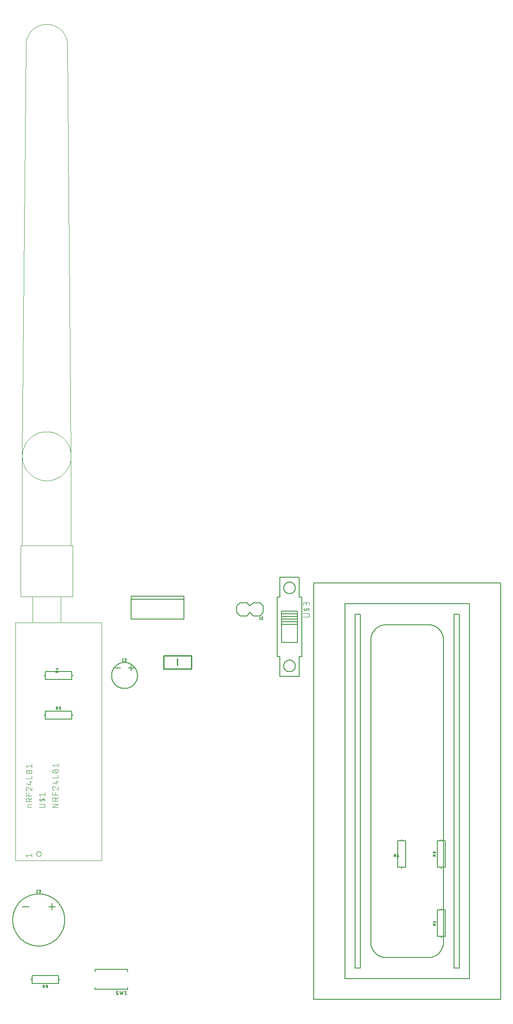
<source format=gbr>
G04 EAGLE Gerber RS-274X export*
G75*
%MOMM*%
%FSLAX34Y34*%
%LPD*%
%INSilkscreen Top*%
%IPPOS*%
%AMOC8*
5,1,8,0,0,1.08239X$1,22.5*%
G01*
%ADD10C,0.254000*%
%ADD11C,0.203200*%
%ADD12C,0.127000*%
%ADD13C,0.001000*%
%ADD14C,0.101600*%
%ADD15C,0.152400*%


D10*
X355600Y717550D02*
X355600Y704850D01*
X328930Y723900D02*
X382270Y723900D01*
X382270Y698500D01*
X328930Y698500D01*
X328930Y723900D01*
D11*
X229000Y685800D02*
X229008Y686414D01*
X229030Y687027D01*
X229068Y687639D01*
X229120Y688250D01*
X229188Y688860D01*
X229271Y689468D01*
X229368Y690074D01*
X229480Y690677D01*
X229607Y691278D01*
X229749Y691875D01*
X229906Y692468D01*
X230076Y693057D01*
X230262Y693642D01*
X230461Y694222D01*
X230675Y694797D01*
X230903Y695367D01*
X231145Y695931D01*
X231400Y696489D01*
X231669Y697040D01*
X231952Y697585D01*
X232248Y698122D01*
X232557Y698653D01*
X232879Y699175D01*
X233213Y699689D01*
X233560Y700195D01*
X233920Y700692D01*
X234291Y701181D01*
X234675Y701660D01*
X235070Y702129D01*
X235476Y702589D01*
X235894Y703039D01*
X236322Y703478D01*
X236761Y703906D01*
X237211Y704324D01*
X237671Y704730D01*
X238140Y705125D01*
X238619Y705509D01*
X239108Y705880D01*
X239605Y706240D01*
X240111Y706587D01*
X240625Y706921D01*
X241147Y707243D01*
X241678Y707552D01*
X242215Y707848D01*
X242760Y708131D01*
X243311Y708400D01*
X243869Y708655D01*
X244433Y708897D01*
X245003Y709125D01*
X245578Y709339D01*
X246158Y709538D01*
X246743Y709724D01*
X247332Y709894D01*
X247925Y710051D01*
X248522Y710193D01*
X249123Y710320D01*
X249726Y710432D01*
X250332Y710529D01*
X250940Y710612D01*
X251550Y710680D01*
X252161Y710732D01*
X252773Y710770D01*
X253386Y710792D01*
X254000Y710800D01*
X254614Y710792D01*
X255227Y710770D01*
X255839Y710732D01*
X256450Y710680D01*
X257060Y710612D01*
X257668Y710529D01*
X258274Y710432D01*
X258877Y710320D01*
X259478Y710193D01*
X260075Y710051D01*
X260668Y709894D01*
X261257Y709724D01*
X261842Y709538D01*
X262422Y709339D01*
X262997Y709125D01*
X263567Y708897D01*
X264131Y708655D01*
X264689Y708400D01*
X265240Y708131D01*
X265785Y707848D01*
X266322Y707552D01*
X266853Y707243D01*
X267375Y706921D01*
X267889Y706587D01*
X268395Y706240D01*
X268892Y705880D01*
X269381Y705509D01*
X269860Y705125D01*
X270329Y704730D01*
X270789Y704324D01*
X271239Y703906D01*
X271678Y703478D01*
X272106Y703039D01*
X272524Y702589D01*
X272930Y702129D01*
X273325Y701660D01*
X273709Y701181D01*
X274080Y700692D01*
X274440Y700195D01*
X274787Y699689D01*
X275121Y699175D01*
X275443Y698653D01*
X275752Y698122D01*
X276048Y697585D01*
X276331Y697040D01*
X276600Y696489D01*
X276855Y695931D01*
X277097Y695367D01*
X277325Y694797D01*
X277539Y694222D01*
X277738Y693642D01*
X277924Y693057D01*
X278094Y692468D01*
X278251Y691875D01*
X278393Y691278D01*
X278520Y690677D01*
X278632Y690074D01*
X278729Y689468D01*
X278812Y688860D01*
X278880Y688250D01*
X278932Y687639D01*
X278970Y687027D01*
X278992Y686414D01*
X279000Y685800D01*
X278992Y685186D01*
X278970Y684573D01*
X278932Y683961D01*
X278880Y683350D01*
X278812Y682740D01*
X278729Y682132D01*
X278632Y681526D01*
X278520Y680923D01*
X278393Y680322D01*
X278251Y679725D01*
X278094Y679132D01*
X277924Y678543D01*
X277738Y677958D01*
X277539Y677378D01*
X277325Y676803D01*
X277097Y676233D01*
X276855Y675669D01*
X276600Y675111D01*
X276331Y674560D01*
X276048Y674015D01*
X275752Y673478D01*
X275443Y672947D01*
X275121Y672425D01*
X274787Y671911D01*
X274440Y671405D01*
X274080Y670908D01*
X273709Y670419D01*
X273325Y669940D01*
X272930Y669471D01*
X272524Y669011D01*
X272106Y668561D01*
X271678Y668122D01*
X271239Y667694D01*
X270789Y667276D01*
X270329Y666870D01*
X269860Y666475D01*
X269381Y666091D01*
X268892Y665720D01*
X268395Y665360D01*
X267889Y665013D01*
X267375Y664679D01*
X266853Y664357D01*
X266322Y664048D01*
X265785Y663752D01*
X265240Y663469D01*
X264689Y663200D01*
X264131Y662945D01*
X263567Y662703D01*
X262997Y662475D01*
X262422Y662261D01*
X261842Y662062D01*
X261257Y661876D01*
X260668Y661706D01*
X260075Y661549D01*
X259478Y661407D01*
X258877Y661280D01*
X258274Y661168D01*
X257668Y661071D01*
X257060Y660988D01*
X256450Y660920D01*
X255839Y660868D01*
X255227Y660830D01*
X254614Y660808D01*
X254000Y660800D01*
X253386Y660808D01*
X252773Y660830D01*
X252161Y660868D01*
X251550Y660920D01*
X250940Y660988D01*
X250332Y661071D01*
X249726Y661168D01*
X249123Y661280D01*
X248522Y661407D01*
X247925Y661549D01*
X247332Y661706D01*
X246743Y661876D01*
X246158Y662062D01*
X245578Y662261D01*
X245003Y662475D01*
X244433Y662703D01*
X243869Y662945D01*
X243311Y663200D01*
X242760Y663469D01*
X242215Y663752D01*
X241678Y664048D01*
X241147Y664357D01*
X240625Y664679D01*
X240111Y665013D01*
X239605Y665360D01*
X239108Y665720D01*
X238619Y666091D01*
X238140Y666475D01*
X237671Y666870D01*
X237211Y667276D01*
X236761Y667694D01*
X236322Y668122D01*
X235894Y668561D01*
X235476Y669011D01*
X235070Y669471D01*
X234675Y669940D01*
X234291Y670419D01*
X233920Y670908D01*
X233560Y671405D01*
X233213Y671911D01*
X232879Y672425D01*
X232557Y672947D01*
X232248Y673478D01*
X231952Y674015D01*
X231669Y674560D01*
X231400Y675111D01*
X231145Y675669D01*
X230903Y676233D01*
X230675Y676803D01*
X230461Y677378D01*
X230262Y677958D01*
X230076Y678543D01*
X229906Y679132D01*
X229749Y679725D01*
X229607Y680322D01*
X229480Y680923D01*
X229368Y681526D01*
X229271Y682132D01*
X229188Y682740D01*
X229120Y683350D01*
X229068Y683961D01*
X229030Y684573D01*
X229008Y685186D01*
X229000Y685800D01*
X236420Y699770D02*
X246580Y699770D01*
X261420Y699770D02*
X271580Y699770D01*
X266500Y704850D02*
X266500Y694690D01*
D12*
X252504Y713105D02*
X251432Y713105D01*
X251367Y713107D01*
X251303Y713113D01*
X251239Y713123D01*
X251175Y713136D01*
X251113Y713154D01*
X251052Y713175D01*
X250992Y713199D01*
X250934Y713228D01*
X250877Y713260D01*
X250823Y713295D01*
X250771Y713333D01*
X250721Y713375D01*
X250674Y713419D01*
X250630Y713466D01*
X250588Y713516D01*
X250550Y713568D01*
X250515Y713622D01*
X250483Y713679D01*
X250454Y713737D01*
X250430Y713797D01*
X250409Y713858D01*
X250391Y713920D01*
X250378Y713984D01*
X250368Y714048D01*
X250362Y714112D01*
X250360Y714177D01*
X250359Y714177D02*
X250359Y716859D01*
X250360Y716859D02*
X250362Y716924D01*
X250368Y716988D01*
X250378Y717052D01*
X250391Y717116D01*
X250409Y717178D01*
X250430Y717239D01*
X250454Y717299D01*
X250483Y717357D01*
X250515Y717414D01*
X250550Y717468D01*
X250588Y717520D01*
X250630Y717570D01*
X250674Y717617D01*
X250721Y717661D01*
X250771Y717703D01*
X250823Y717741D01*
X250877Y717776D01*
X250934Y717808D01*
X250992Y717837D01*
X251052Y717861D01*
X251113Y717882D01*
X251175Y717900D01*
X251239Y717913D01*
X251303Y717923D01*
X251367Y717929D01*
X251432Y717931D01*
X252504Y717931D01*
X256434Y717931D02*
X256502Y717929D01*
X256569Y717923D01*
X256636Y717914D01*
X256703Y717901D01*
X256768Y717884D01*
X256833Y717863D01*
X256896Y717839D01*
X256958Y717811D01*
X257018Y717780D01*
X257076Y717746D01*
X257132Y717708D01*
X257187Y717668D01*
X257238Y717624D01*
X257287Y717577D01*
X257334Y717528D01*
X257378Y717477D01*
X257418Y717422D01*
X257456Y717366D01*
X257490Y717308D01*
X257521Y717248D01*
X257549Y717186D01*
X257573Y717123D01*
X257594Y717058D01*
X257611Y716993D01*
X257624Y716926D01*
X257633Y716859D01*
X257639Y716792D01*
X257641Y716724D01*
X256434Y717931D02*
X256356Y717929D01*
X256278Y717923D01*
X256201Y717913D01*
X256124Y717900D01*
X256048Y717882D01*
X255973Y717861D01*
X255899Y717836D01*
X255827Y717807D01*
X255756Y717775D01*
X255687Y717739D01*
X255619Y717700D01*
X255554Y717657D01*
X255491Y717611D01*
X255430Y717562D01*
X255372Y717510D01*
X255317Y717455D01*
X255264Y717398D01*
X255215Y717338D01*
X255168Y717275D01*
X255125Y717211D01*
X255085Y717144D01*
X255048Y717075D01*
X255015Y717004D01*
X254985Y716932D01*
X254959Y716859D01*
X257239Y715786D02*
X257288Y715835D01*
X257335Y715887D01*
X257378Y715942D01*
X257419Y715999D01*
X257457Y716058D01*
X257491Y716119D01*
X257522Y716182D01*
X257550Y716246D01*
X257574Y716312D01*
X257594Y716378D01*
X257611Y716446D01*
X257624Y716515D01*
X257633Y716584D01*
X257639Y716654D01*
X257641Y716724D01*
X257239Y715786D02*
X254960Y713105D01*
X257641Y713105D01*
D11*
X69850Y241300D02*
X57150Y241300D01*
X38900Y215900D02*
X38915Y217127D01*
X38960Y218353D01*
X39035Y219578D01*
X39141Y220801D01*
X39276Y222021D01*
X39441Y223237D01*
X39636Y224448D01*
X39861Y225655D01*
X40115Y226855D01*
X40398Y228049D01*
X40711Y229236D01*
X41053Y230414D01*
X41424Y231584D01*
X41823Y232744D01*
X42250Y233895D01*
X42706Y235034D01*
X43190Y236162D01*
X43701Y237278D01*
X44239Y238381D01*
X44804Y239470D01*
X45396Y240545D01*
X46014Y241605D01*
X46657Y242650D01*
X47327Y243679D01*
X48021Y244690D01*
X48740Y245685D01*
X49483Y246662D01*
X50249Y247620D01*
X51040Y248559D01*
X51852Y249478D01*
X52688Y250377D01*
X53545Y251255D01*
X54423Y252112D01*
X55322Y252948D01*
X56241Y253760D01*
X57180Y254551D01*
X58138Y255317D01*
X59115Y256060D01*
X60110Y256779D01*
X61121Y257473D01*
X62150Y258143D01*
X63195Y258786D01*
X64255Y259404D01*
X65330Y259996D01*
X66419Y260561D01*
X67522Y261099D01*
X68638Y261610D01*
X69766Y262094D01*
X70905Y262550D01*
X72056Y262977D01*
X73216Y263376D01*
X74386Y263747D01*
X75564Y264089D01*
X76751Y264402D01*
X77945Y264685D01*
X79145Y264939D01*
X80352Y265164D01*
X81563Y265359D01*
X82779Y265524D01*
X83999Y265659D01*
X85222Y265765D01*
X86447Y265840D01*
X87673Y265885D01*
X88900Y265900D01*
X90127Y265885D01*
X91353Y265840D01*
X92578Y265765D01*
X93801Y265659D01*
X95021Y265524D01*
X96237Y265359D01*
X97448Y265164D01*
X98655Y264939D01*
X99855Y264685D01*
X101049Y264402D01*
X102236Y264089D01*
X103414Y263747D01*
X104584Y263376D01*
X105744Y262977D01*
X106895Y262550D01*
X108034Y262094D01*
X109162Y261610D01*
X110278Y261099D01*
X111381Y260561D01*
X112470Y259996D01*
X113545Y259404D01*
X114605Y258786D01*
X115650Y258143D01*
X116679Y257473D01*
X117690Y256779D01*
X118685Y256060D01*
X119662Y255317D01*
X120620Y254551D01*
X121559Y253760D01*
X122478Y252948D01*
X123377Y252112D01*
X124255Y251255D01*
X125112Y250377D01*
X125948Y249478D01*
X126760Y248559D01*
X127551Y247620D01*
X128317Y246662D01*
X129060Y245685D01*
X129779Y244690D01*
X130473Y243679D01*
X131143Y242650D01*
X131786Y241605D01*
X132404Y240545D01*
X132996Y239470D01*
X133561Y238381D01*
X134099Y237278D01*
X134610Y236162D01*
X135094Y235034D01*
X135550Y233895D01*
X135977Y232744D01*
X136376Y231584D01*
X136747Y230414D01*
X137089Y229236D01*
X137402Y228049D01*
X137685Y226855D01*
X137939Y225655D01*
X138164Y224448D01*
X138359Y223237D01*
X138524Y222021D01*
X138659Y220801D01*
X138765Y219578D01*
X138840Y218353D01*
X138885Y217127D01*
X138900Y215900D01*
X138885Y214673D01*
X138840Y213447D01*
X138765Y212222D01*
X138659Y210999D01*
X138524Y209779D01*
X138359Y208563D01*
X138164Y207352D01*
X137939Y206145D01*
X137685Y204945D01*
X137402Y203751D01*
X137089Y202564D01*
X136747Y201386D01*
X136376Y200216D01*
X135977Y199056D01*
X135550Y197905D01*
X135094Y196766D01*
X134610Y195638D01*
X134099Y194522D01*
X133561Y193419D01*
X132996Y192330D01*
X132404Y191255D01*
X131786Y190195D01*
X131143Y189150D01*
X130473Y188121D01*
X129779Y187110D01*
X129060Y186115D01*
X128317Y185138D01*
X127551Y184180D01*
X126760Y183241D01*
X125948Y182322D01*
X125112Y181423D01*
X124255Y180545D01*
X123377Y179688D01*
X122478Y178852D01*
X121559Y178040D01*
X120620Y177249D01*
X119662Y176483D01*
X118685Y175740D01*
X117690Y175021D01*
X116679Y174327D01*
X115650Y173657D01*
X114605Y173014D01*
X113545Y172396D01*
X112470Y171804D01*
X111381Y171239D01*
X110278Y170701D01*
X109162Y170190D01*
X108034Y169706D01*
X106895Y169250D01*
X105744Y168823D01*
X104584Y168424D01*
X103414Y168053D01*
X102236Y167711D01*
X101049Y167398D01*
X99855Y167115D01*
X98655Y166861D01*
X97448Y166636D01*
X96237Y166441D01*
X95021Y166276D01*
X93801Y166141D01*
X92578Y166035D01*
X91353Y165960D01*
X90127Y165915D01*
X88900Y165900D01*
X87673Y165915D01*
X86447Y165960D01*
X85222Y166035D01*
X83999Y166141D01*
X82779Y166276D01*
X81563Y166441D01*
X80352Y166636D01*
X79145Y166861D01*
X77945Y167115D01*
X76751Y167398D01*
X75564Y167711D01*
X74386Y168053D01*
X73216Y168424D01*
X72056Y168823D01*
X70905Y169250D01*
X69766Y169706D01*
X68638Y170190D01*
X67522Y170701D01*
X66419Y171239D01*
X65330Y171804D01*
X64255Y172396D01*
X63195Y173014D01*
X62150Y173657D01*
X61121Y174327D01*
X60110Y175021D01*
X59115Y175740D01*
X58138Y176483D01*
X57180Y177249D01*
X56241Y178040D01*
X55322Y178852D01*
X54423Y179688D01*
X53545Y180545D01*
X52688Y181423D01*
X51852Y182322D01*
X51040Y183241D01*
X50249Y184180D01*
X49483Y185138D01*
X48740Y186115D01*
X48021Y187110D01*
X47327Y188121D01*
X46657Y189150D01*
X46014Y190195D01*
X45396Y191255D01*
X44804Y192330D01*
X44239Y193419D01*
X43701Y194522D01*
X43190Y195638D01*
X42706Y196766D01*
X42250Y197905D01*
X41823Y199056D01*
X41424Y200216D01*
X41053Y201386D01*
X40711Y202564D01*
X40398Y203751D01*
X40115Y204945D01*
X39861Y206145D01*
X39636Y207352D01*
X39441Y208563D01*
X39276Y209779D01*
X39141Y210999D01*
X39035Y212222D01*
X38960Y213447D01*
X38915Y214673D01*
X38900Y215900D01*
X107950Y241300D02*
X120650Y241300D01*
X114300Y247650D02*
X114300Y234950D01*
D12*
X87404Y268605D02*
X86332Y268605D01*
X86267Y268607D01*
X86203Y268613D01*
X86139Y268623D01*
X86075Y268636D01*
X86013Y268654D01*
X85952Y268675D01*
X85892Y268699D01*
X85834Y268728D01*
X85777Y268760D01*
X85723Y268795D01*
X85671Y268833D01*
X85621Y268875D01*
X85574Y268919D01*
X85530Y268966D01*
X85488Y269016D01*
X85450Y269068D01*
X85415Y269122D01*
X85383Y269179D01*
X85354Y269237D01*
X85330Y269297D01*
X85309Y269358D01*
X85291Y269420D01*
X85278Y269484D01*
X85268Y269548D01*
X85262Y269612D01*
X85260Y269677D01*
X85259Y269677D02*
X85259Y272359D01*
X85260Y272359D02*
X85262Y272424D01*
X85268Y272488D01*
X85278Y272552D01*
X85291Y272616D01*
X85309Y272678D01*
X85330Y272739D01*
X85354Y272799D01*
X85383Y272857D01*
X85415Y272914D01*
X85450Y272968D01*
X85488Y273020D01*
X85530Y273070D01*
X85574Y273117D01*
X85621Y273161D01*
X85671Y273203D01*
X85723Y273241D01*
X85777Y273276D01*
X85834Y273308D01*
X85892Y273337D01*
X85952Y273361D01*
X86013Y273382D01*
X86075Y273400D01*
X86139Y273413D01*
X86203Y273423D01*
X86267Y273429D01*
X86332Y273431D01*
X87404Y273431D01*
X89860Y268605D02*
X91200Y268605D01*
X91271Y268607D01*
X91343Y268613D01*
X91413Y268622D01*
X91483Y268635D01*
X91553Y268652D01*
X91621Y268673D01*
X91688Y268697D01*
X91754Y268725D01*
X91818Y268756D01*
X91881Y268791D01*
X91941Y268829D01*
X92000Y268870D01*
X92056Y268914D01*
X92110Y268961D01*
X92161Y269010D01*
X92209Y269063D01*
X92255Y269118D01*
X92297Y269175D01*
X92337Y269235D01*
X92373Y269296D01*
X92406Y269360D01*
X92435Y269425D01*
X92461Y269491D01*
X92484Y269559D01*
X92503Y269628D01*
X92518Y269698D01*
X92529Y269768D01*
X92537Y269839D01*
X92541Y269910D01*
X92541Y269982D01*
X92537Y270053D01*
X92529Y270124D01*
X92518Y270194D01*
X92503Y270264D01*
X92484Y270333D01*
X92461Y270401D01*
X92435Y270467D01*
X92406Y270532D01*
X92373Y270596D01*
X92337Y270657D01*
X92297Y270717D01*
X92255Y270774D01*
X92209Y270829D01*
X92161Y270882D01*
X92110Y270931D01*
X92056Y270978D01*
X92000Y271022D01*
X91941Y271063D01*
X91881Y271101D01*
X91818Y271136D01*
X91754Y271167D01*
X91688Y271195D01*
X91621Y271219D01*
X91553Y271240D01*
X91483Y271257D01*
X91413Y271270D01*
X91343Y271279D01*
X91271Y271285D01*
X91200Y271287D01*
X91468Y273431D02*
X89860Y273431D01*
X91468Y273431D02*
X91533Y273429D01*
X91597Y273423D01*
X91661Y273413D01*
X91725Y273400D01*
X91787Y273382D01*
X91848Y273361D01*
X91908Y273337D01*
X91966Y273308D01*
X92023Y273276D01*
X92077Y273241D01*
X92129Y273203D01*
X92179Y273161D01*
X92226Y273117D01*
X92270Y273070D01*
X92312Y273020D01*
X92350Y272968D01*
X92385Y272914D01*
X92417Y272857D01*
X92446Y272799D01*
X92470Y272739D01*
X92491Y272678D01*
X92509Y272616D01*
X92522Y272552D01*
X92532Y272488D01*
X92538Y272424D01*
X92540Y272359D01*
X92538Y272294D01*
X92532Y272230D01*
X92522Y272166D01*
X92509Y272102D01*
X92491Y272040D01*
X92470Y271979D01*
X92446Y271919D01*
X92417Y271861D01*
X92385Y271804D01*
X92350Y271750D01*
X92312Y271698D01*
X92270Y271648D01*
X92226Y271601D01*
X92179Y271557D01*
X92129Y271515D01*
X92077Y271477D01*
X92023Y271442D01*
X91966Y271410D01*
X91908Y271381D01*
X91848Y271357D01*
X91787Y271336D01*
X91725Y271318D01*
X91661Y271305D01*
X91597Y271295D01*
X91533Y271289D01*
X91468Y271287D01*
X91468Y271286D02*
X90396Y271286D01*
D11*
X501650Y800100D02*
X514350Y800100D01*
X501650Y800100D02*
X495300Y806450D01*
X495300Y819150D02*
X501650Y825500D01*
X495300Y806450D02*
X488950Y800100D01*
X476250Y800100D01*
X469900Y806450D01*
X469900Y819150D02*
X476250Y825500D01*
X488950Y825500D01*
X495300Y819150D01*
X520700Y819150D02*
X520700Y806450D01*
X514350Y800100D01*
X520700Y819150D02*
X514350Y825500D01*
X501650Y825500D01*
X469900Y819150D02*
X469900Y806450D01*
D12*
X514436Y798195D02*
X514436Y794441D01*
X514434Y794376D01*
X514428Y794312D01*
X514418Y794248D01*
X514405Y794184D01*
X514387Y794122D01*
X514366Y794061D01*
X514342Y794001D01*
X514313Y793943D01*
X514281Y793886D01*
X514246Y793832D01*
X514208Y793780D01*
X514166Y793730D01*
X514122Y793683D01*
X514075Y793639D01*
X514025Y793597D01*
X513973Y793559D01*
X513919Y793524D01*
X513862Y793492D01*
X513804Y793463D01*
X513744Y793439D01*
X513683Y793418D01*
X513621Y793400D01*
X513557Y793387D01*
X513493Y793377D01*
X513429Y793371D01*
X513364Y793369D01*
X512827Y793369D01*
X518859Y798195D02*
X518927Y798193D01*
X518994Y798187D01*
X519061Y798178D01*
X519128Y798165D01*
X519193Y798148D01*
X519258Y798127D01*
X519321Y798103D01*
X519383Y798075D01*
X519443Y798044D01*
X519501Y798010D01*
X519557Y797972D01*
X519612Y797932D01*
X519663Y797888D01*
X519712Y797841D01*
X519759Y797792D01*
X519803Y797741D01*
X519843Y797686D01*
X519881Y797630D01*
X519915Y797572D01*
X519946Y797512D01*
X519974Y797450D01*
X519998Y797387D01*
X520019Y797322D01*
X520036Y797257D01*
X520049Y797190D01*
X520058Y797123D01*
X520064Y797056D01*
X520066Y796988D01*
X518859Y798195D02*
X518781Y798193D01*
X518703Y798187D01*
X518626Y798177D01*
X518549Y798164D01*
X518473Y798146D01*
X518398Y798125D01*
X518324Y798100D01*
X518252Y798071D01*
X518181Y798039D01*
X518112Y798003D01*
X518044Y797964D01*
X517979Y797921D01*
X517916Y797875D01*
X517855Y797826D01*
X517797Y797774D01*
X517742Y797719D01*
X517689Y797662D01*
X517640Y797602D01*
X517593Y797539D01*
X517550Y797475D01*
X517510Y797408D01*
X517473Y797339D01*
X517440Y797268D01*
X517410Y797196D01*
X517384Y797123D01*
X519663Y796050D02*
X519712Y796099D01*
X519759Y796151D01*
X519802Y796206D01*
X519843Y796263D01*
X519881Y796322D01*
X519915Y796383D01*
X519946Y796446D01*
X519974Y796510D01*
X519998Y796576D01*
X520018Y796642D01*
X520035Y796710D01*
X520048Y796779D01*
X520057Y796848D01*
X520063Y796918D01*
X520065Y796988D01*
X519663Y796050D02*
X517384Y793369D01*
X520065Y793369D01*
D11*
X152400Y693420D02*
X101600Y693420D01*
X152400Y693420D02*
X152400Y685800D01*
X152400Y678180D01*
X101600Y678180D01*
X101600Y685800D01*
X101600Y693420D01*
X152400Y685800D02*
X154940Y685800D01*
X101600Y685800D02*
X99060Y685800D01*
D12*
X121539Y691908D02*
X126365Y691908D01*
X121539Y691908D02*
X121539Y693249D01*
X121541Y693320D01*
X121547Y693392D01*
X121556Y693462D01*
X121569Y693532D01*
X121586Y693602D01*
X121607Y693670D01*
X121631Y693737D01*
X121659Y693803D01*
X121690Y693867D01*
X121725Y693930D01*
X121763Y693990D01*
X121804Y694049D01*
X121848Y694105D01*
X121895Y694159D01*
X121944Y694210D01*
X121997Y694258D01*
X122052Y694304D01*
X122109Y694346D01*
X122169Y694386D01*
X122230Y694422D01*
X122294Y694455D01*
X122359Y694484D01*
X122425Y694510D01*
X122493Y694533D01*
X122562Y694552D01*
X122632Y694567D01*
X122702Y694578D01*
X122773Y694586D01*
X122844Y694590D01*
X122916Y694590D01*
X122987Y694586D01*
X123058Y694578D01*
X123128Y694567D01*
X123198Y694552D01*
X123267Y694533D01*
X123335Y694510D01*
X123401Y694484D01*
X123466Y694455D01*
X123530Y694422D01*
X123591Y694386D01*
X123651Y694346D01*
X123708Y694304D01*
X123763Y694258D01*
X123816Y694210D01*
X123865Y694159D01*
X123912Y694105D01*
X123956Y694049D01*
X123997Y693990D01*
X124035Y693930D01*
X124070Y693867D01*
X124101Y693803D01*
X124129Y693737D01*
X124153Y693670D01*
X124174Y693602D01*
X124191Y693532D01*
X124204Y693462D01*
X124213Y693392D01*
X124219Y693320D01*
X124221Y693249D01*
X124220Y693249D02*
X124220Y691908D01*
X124220Y693517D02*
X126365Y694589D01*
X125293Y697331D02*
X121539Y698403D01*
X125293Y697331D02*
X125293Y700012D01*
X124220Y699208D02*
X126365Y699208D01*
D11*
X101600Y617220D02*
X152400Y617220D01*
X152400Y609600D01*
X152400Y601980D01*
X101600Y601980D01*
X101600Y609600D01*
X101600Y617220D01*
X152400Y609600D02*
X154940Y609600D01*
X101600Y609600D02*
X99060Y609600D01*
D12*
X122948Y620395D02*
X122948Y625221D01*
X124289Y625221D01*
X124360Y625219D01*
X124432Y625213D01*
X124502Y625204D01*
X124572Y625191D01*
X124642Y625174D01*
X124710Y625153D01*
X124777Y625129D01*
X124843Y625101D01*
X124907Y625070D01*
X124970Y625035D01*
X125030Y624997D01*
X125089Y624956D01*
X125145Y624912D01*
X125199Y624865D01*
X125250Y624816D01*
X125298Y624763D01*
X125344Y624708D01*
X125386Y624651D01*
X125426Y624591D01*
X125462Y624530D01*
X125495Y624466D01*
X125524Y624401D01*
X125550Y624335D01*
X125573Y624267D01*
X125592Y624198D01*
X125607Y624128D01*
X125618Y624058D01*
X125626Y623987D01*
X125630Y623916D01*
X125630Y623844D01*
X125626Y623773D01*
X125618Y623702D01*
X125607Y623632D01*
X125592Y623562D01*
X125573Y623493D01*
X125550Y623425D01*
X125524Y623359D01*
X125495Y623294D01*
X125462Y623230D01*
X125426Y623169D01*
X125386Y623109D01*
X125344Y623052D01*
X125298Y622997D01*
X125250Y622944D01*
X125199Y622895D01*
X125145Y622848D01*
X125089Y622804D01*
X125030Y622763D01*
X124970Y622725D01*
X124907Y622690D01*
X124843Y622659D01*
X124777Y622631D01*
X124710Y622607D01*
X124642Y622586D01*
X124572Y622569D01*
X124502Y622556D01*
X124432Y622547D01*
X124360Y622541D01*
X124289Y622539D01*
X124289Y622540D02*
X122948Y622540D01*
X124557Y622540D02*
X125629Y620395D01*
X128371Y620395D02*
X129979Y620395D01*
X130044Y620397D01*
X130108Y620403D01*
X130172Y620413D01*
X130236Y620426D01*
X130298Y620444D01*
X130359Y620465D01*
X130419Y620489D01*
X130477Y620518D01*
X130534Y620550D01*
X130588Y620585D01*
X130640Y620623D01*
X130690Y620665D01*
X130737Y620709D01*
X130781Y620756D01*
X130823Y620806D01*
X130861Y620858D01*
X130896Y620912D01*
X130928Y620969D01*
X130957Y621027D01*
X130981Y621087D01*
X131002Y621148D01*
X131020Y621210D01*
X131033Y621274D01*
X131043Y621338D01*
X131049Y621402D01*
X131051Y621467D01*
X131052Y621467D02*
X131052Y622004D01*
X131051Y622004D02*
X131049Y622069D01*
X131043Y622133D01*
X131033Y622197D01*
X131020Y622261D01*
X131002Y622323D01*
X130981Y622384D01*
X130957Y622444D01*
X130928Y622502D01*
X130896Y622559D01*
X130861Y622613D01*
X130823Y622665D01*
X130781Y622715D01*
X130737Y622762D01*
X130690Y622806D01*
X130640Y622848D01*
X130588Y622886D01*
X130534Y622921D01*
X130477Y622953D01*
X130419Y622982D01*
X130359Y623006D01*
X130298Y623027D01*
X130236Y623045D01*
X130172Y623058D01*
X130108Y623068D01*
X130044Y623074D01*
X129979Y623076D01*
X128371Y623076D01*
X128371Y625221D01*
X131052Y625221D01*
D13*
X44000Y787200D02*
X44000Y330200D01*
X44000Y787200D02*
X77000Y787200D01*
X131000Y787200D01*
X210000Y787200D01*
X210000Y330200D01*
X44000Y330200D01*
X131000Y787200D02*
X131000Y837200D01*
X77000Y837200D02*
X77000Y787200D01*
X54000Y837200D02*
X154000Y837200D01*
X57000Y1107200D02*
X57014Y1108353D01*
X57057Y1109506D01*
X57127Y1110658D01*
X57226Y1111807D01*
X57353Y1112953D01*
X57509Y1114096D01*
X57692Y1115235D01*
X57903Y1116369D01*
X58142Y1117498D01*
X58409Y1118620D01*
X58703Y1119735D01*
X59024Y1120843D01*
X59372Y1121943D01*
X59747Y1123034D01*
X60149Y1124115D01*
X60578Y1125186D01*
X61032Y1126246D01*
X61513Y1127295D01*
X62018Y1128332D01*
X62550Y1129356D01*
X63106Y1130366D01*
X63687Y1131363D01*
X64292Y1132345D01*
X64921Y1133312D01*
X65574Y1134263D01*
X66249Y1135198D01*
X66948Y1136116D01*
X67669Y1137016D01*
X68411Y1137899D01*
X69175Y1138763D01*
X69960Y1139608D01*
X70766Y1140434D01*
X71592Y1141240D01*
X72437Y1142025D01*
X73301Y1142789D01*
X74184Y1143531D01*
X75084Y1144252D01*
X76002Y1144951D01*
X76937Y1145626D01*
X77888Y1146279D01*
X78855Y1146908D01*
X79837Y1147513D01*
X80834Y1148094D01*
X81844Y1148650D01*
X82868Y1149182D01*
X83905Y1149687D01*
X84954Y1150168D01*
X86014Y1150622D01*
X87085Y1151051D01*
X88166Y1151453D01*
X89257Y1151828D01*
X90357Y1152176D01*
X91465Y1152497D01*
X92580Y1152791D01*
X93702Y1153058D01*
X94831Y1153297D01*
X95965Y1153508D01*
X97104Y1153691D01*
X98247Y1153847D01*
X99393Y1153974D01*
X100542Y1154073D01*
X101694Y1154143D01*
X102847Y1154186D01*
X104000Y1154200D01*
X105153Y1154186D01*
X106306Y1154143D01*
X107458Y1154073D01*
X108607Y1153974D01*
X109753Y1153847D01*
X110896Y1153691D01*
X112035Y1153508D01*
X113169Y1153297D01*
X114298Y1153058D01*
X115420Y1152791D01*
X116535Y1152497D01*
X117643Y1152176D01*
X118743Y1151828D01*
X119834Y1151453D01*
X120915Y1151051D01*
X121986Y1150622D01*
X123046Y1150168D01*
X124095Y1149687D01*
X125132Y1149182D01*
X126156Y1148650D01*
X127166Y1148094D01*
X128163Y1147513D01*
X129145Y1146908D01*
X130112Y1146279D01*
X131063Y1145626D01*
X131998Y1144951D01*
X132916Y1144252D01*
X133816Y1143531D01*
X134699Y1142789D01*
X135563Y1142025D01*
X136408Y1141240D01*
X137234Y1140434D01*
X138040Y1139608D01*
X138825Y1138763D01*
X139589Y1137899D01*
X140331Y1137016D01*
X141052Y1136116D01*
X141751Y1135198D01*
X142426Y1134263D01*
X143079Y1133312D01*
X143708Y1132345D01*
X144313Y1131363D01*
X144894Y1130366D01*
X145450Y1129356D01*
X145982Y1128332D01*
X146487Y1127295D01*
X146968Y1126246D01*
X147422Y1125186D01*
X147851Y1124115D01*
X148253Y1123034D01*
X148628Y1121943D01*
X148976Y1120843D01*
X149297Y1119735D01*
X149591Y1118620D01*
X149858Y1117498D01*
X150097Y1116369D01*
X150308Y1115235D01*
X150491Y1114096D01*
X150647Y1112953D01*
X150774Y1111807D01*
X150873Y1110658D01*
X150943Y1109506D01*
X150986Y1108353D01*
X151000Y1107200D01*
X150986Y1106047D01*
X150943Y1104894D01*
X150873Y1103742D01*
X150774Y1102593D01*
X150647Y1101447D01*
X150491Y1100304D01*
X150308Y1099165D01*
X150097Y1098031D01*
X149858Y1096902D01*
X149591Y1095780D01*
X149297Y1094665D01*
X148976Y1093557D01*
X148628Y1092457D01*
X148253Y1091366D01*
X147851Y1090285D01*
X147422Y1089214D01*
X146968Y1088154D01*
X146487Y1087105D01*
X145982Y1086068D01*
X145450Y1085044D01*
X144894Y1084034D01*
X144313Y1083037D01*
X143708Y1082055D01*
X143079Y1081088D01*
X142426Y1080137D01*
X141751Y1079202D01*
X141052Y1078284D01*
X140331Y1077384D01*
X139589Y1076501D01*
X138825Y1075637D01*
X138040Y1074792D01*
X137234Y1073966D01*
X136408Y1073160D01*
X135563Y1072375D01*
X134699Y1071611D01*
X133816Y1070869D01*
X132916Y1070148D01*
X131998Y1069449D01*
X131063Y1068774D01*
X130112Y1068121D01*
X129145Y1067492D01*
X128163Y1066887D01*
X127166Y1066306D01*
X126156Y1065750D01*
X125132Y1065218D01*
X124095Y1064713D01*
X123046Y1064232D01*
X121986Y1063778D01*
X120915Y1063349D01*
X119834Y1062947D01*
X118743Y1062572D01*
X117643Y1062224D01*
X116535Y1061903D01*
X115420Y1061609D01*
X114298Y1061342D01*
X113169Y1061103D01*
X112035Y1060892D01*
X110896Y1060709D01*
X109753Y1060553D01*
X108607Y1060426D01*
X107458Y1060327D01*
X106306Y1060257D01*
X105153Y1060214D01*
X104000Y1060200D01*
X102847Y1060214D01*
X101694Y1060257D01*
X100542Y1060327D01*
X99393Y1060426D01*
X98247Y1060553D01*
X97104Y1060709D01*
X95965Y1060892D01*
X94831Y1061103D01*
X93702Y1061342D01*
X92580Y1061609D01*
X91465Y1061903D01*
X90357Y1062224D01*
X89257Y1062572D01*
X88166Y1062947D01*
X87085Y1063349D01*
X86014Y1063778D01*
X84954Y1064232D01*
X83905Y1064713D01*
X82868Y1065218D01*
X81844Y1065750D01*
X80834Y1066306D01*
X79837Y1066887D01*
X78855Y1067492D01*
X77888Y1068121D01*
X76937Y1068774D01*
X76002Y1069449D01*
X75084Y1070148D01*
X74184Y1070869D01*
X73301Y1071611D01*
X72437Y1072375D01*
X71592Y1073160D01*
X70766Y1073966D01*
X69960Y1074792D01*
X69175Y1075637D01*
X68411Y1076501D01*
X67669Y1077384D01*
X66948Y1078284D01*
X66249Y1079202D01*
X65574Y1080137D01*
X64921Y1081088D01*
X64292Y1082055D01*
X63687Y1083037D01*
X63106Y1084034D01*
X62550Y1085044D01*
X62018Y1086068D01*
X61513Y1087105D01*
X61032Y1088154D01*
X60578Y1089214D01*
X60149Y1090285D01*
X59747Y1091366D01*
X59372Y1092457D01*
X59024Y1093557D01*
X58703Y1094665D01*
X58409Y1095780D01*
X58142Y1096902D01*
X57903Y1098031D01*
X57692Y1099165D01*
X57509Y1100304D01*
X57353Y1101447D01*
X57226Y1102593D01*
X57127Y1103742D01*
X57057Y1104894D01*
X57014Y1106047D01*
X57000Y1107200D01*
X151000Y1107200D02*
X151000Y935200D01*
X57000Y935200D02*
X57000Y1107200D01*
X54000Y935200D02*
X154000Y935200D01*
X154000Y837200D01*
X54000Y837200D02*
X54000Y935200D01*
X64000Y1897200D02*
X64012Y1898174D01*
X64047Y1899148D01*
X64107Y1900120D01*
X64190Y1901090D01*
X64296Y1902059D01*
X64426Y1903024D01*
X64580Y1903986D01*
X64757Y1904944D01*
X64957Y1905897D01*
X65180Y1906845D01*
X65427Y1907788D01*
X65696Y1908724D01*
X65988Y1909653D01*
X66302Y1910575D01*
X66639Y1911489D01*
X66998Y1912395D01*
X67379Y1913291D01*
X67782Y1914178D01*
X68206Y1915055D01*
X68652Y1915921D01*
X69118Y1916777D01*
X69605Y1917620D01*
X70113Y1918452D01*
X70640Y1919271D01*
X71187Y1920077D01*
X71754Y1920869D01*
X72340Y1921647D01*
X72945Y1922411D01*
X73568Y1923159D01*
X74209Y1923893D01*
X74868Y1924610D01*
X75544Y1925312D01*
X76237Y1925996D01*
X76946Y1926664D01*
X77672Y1927314D01*
X78413Y1927946D01*
X79169Y1928560D01*
X79940Y1929155D01*
X80726Y1929732D01*
X81525Y1930289D01*
X82337Y1930826D01*
X83162Y1931344D01*
X84000Y1931841D01*
X84849Y1932318D01*
X85710Y1932774D01*
X86582Y1933209D01*
X87464Y1933622D01*
X88356Y1934014D01*
X89257Y1934384D01*
X90167Y1934732D01*
X91085Y1935058D01*
X92010Y1935361D01*
X92943Y1935642D01*
X93883Y1935899D01*
X94828Y1936134D01*
X95779Y1936346D01*
X96735Y1936535D01*
X97695Y1936700D01*
X98658Y1936842D01*
X99625Y1936960D01*
X100595Y1937055D01*
X101566Y1937126D01*
X102539Y1937173D01*
X103513Y1937197D01*
X104487Y1937197D01*
X105461Y1937173D01*
X106434Y1937126D01*
X107405Y1937055D01*
X108375Y1936960D01*
X109342Y1936842D01*
X110305Y1936700D01*
X111265Y1936535D01*
X112221Y1936346D01*
X113172Y1936134D01*
X114117Y1935899D01*
X115057Y1935642D01*
X115990Y1935361D01*
X116915Y1935058D01*
X117833Y1934732D01*
X118743Y1934384D01*
X119644Y1934014D01*
X120536Y1933622D01*
X121418Y1933209D01*
X122290Y1932774D01*
X123151Y1932318D01*
X124000Y1931841D01*
X124838Y1931344D01*
X125663Y1930826D01*
X126475Y1930289D01*
X127274Y1929732D01*
X128060Y1929155D01*
X128831Y1928560D01*
X129587Y1927946D01*
X130328Y1927314D01*
X131054Y1926664D01*
X131763Y1925996D01*
X132456Y1925312D01*
X133132Y1924610D01*
X133791Y1923893D01*
X134432Y1923159D01*
X135055Y1922411D01*
X135660Y1921647D01*
X136246Y1920869D01*
X136813Y1920077D01*
X137360Y1919271D01*
X137887Y1918452D01*
X138395Y1917620D01*
X138882Y1916777D01*
X139348Y1915921D01*
X139794Y1915055D01*
X140218Y1914178D01*
X140621Y1913291D01*
X141002Y1912395D01*
X141361Y1911489D01*
X141698Y1910575D01*
X142012Y1909653D01*
X142304Y1908724D01*
X142573Y1907788D01*
X142820Y1906845D01*
X143043Y1905897D01*
X143243Y1904944D01*
X143420Y1903986D01*
X143574Y1903024D01*
X143704Y1902059D01*
X143810Y1901090D01*
X143893Y1900120D01*
X143953Y1899148D01*
X143988Y1898174D01*
X144000Y1897200D01*
X151000Y1107200D01*
X57000Y1107200D02*
X64000Y1897200D01*
X84205Y342900D02*
X84207Y343037D01*
X84213Y343173D01*
X84223Y343309D01*
X84237Y343445D01*
X84255Y343580D01*
X84276Y343715D01*
X84302Y343849D01*
X84332Y343983D01*
X84365Y344115D01*
X84402Y344247D01*
X84443Y344377D01*
X84488Y344506D01*
X84537Y344633D01*
X84589Y344760D01*
X84645Y344884D01*
X84704Y345007D01*
X84767Y345128D01*
X84834Y345247D01*
X84904Y345365D01*
X84977Y345480D01*
X85054Y345593D01*
X85134Y345704D01*
X85217Y345812D01*
X85303Y345918D01*
X85393Y346021D01*
X85485Y346122D01*
X85580Y346220D01*
X85678Y346315D01*
X85779Y346407D01*
X85882Y346497D01*
X85988Y346583D01*
X86096Y346666D01*
X86207Y346746D01*
X86320Y346823D01*
X86435Y346896D01*
X86552Y346966D01*
X86672Y347033D01*
X86793Y347096D01*
X86916Y347155D01*
X87040Y347211D01*
X87167Y347263D01*
X87294Y347312D01*
X87423Y347357D01*
X87553Y347398D01*
X87685Y347435D01*
X87817Y347468D01*
X87951Y347498D01*
X88085Y347524D01*
X88220Y347545D01*
X88355Y347563D01*
X88491Y347577D01*
X88627Y347587D01*
X88763Y347593D01*
X88900Y347595D01*
X89037Y347593D01*
X89173Y347587D01*
X89309Y347577D01*
X89445Y347563D01*
X89580Y347545D01*
X89715Y347524D01*
X89849Y347498D01*
X89983Y347468D01*
X90115Y347435D01*
X90247Y347398D01*
X90377Y347357D01*
X90506Y347312D01*
X90633Y347263D01*
X90760Y347211D01*
X90884Y347155D01*
X91007Y347096D01*
X91128Y347033D01*
X91247Y346966D01*
X91365Y346896D01*
X91480Y346823D01*
X91593Y346746D01*
X91704Y346666D01*
X91812Y346583D01*
X91918Y346497D01*
X92021Y346407D01*
X92122Y346315D01*
X92220Y346220D01*
X92315Y346122D01*
X92407Y346021D01*
X92497Y345918D01*
X92583Y345812D01*
X92666Y345704D01*
X92746Y345593D01*
X92823Y345480D01*
X92896Y345365D01*
X92966Y345247D01*
X93033Y345128D01*
X93096Y345007D01*
X93155Y344884D01*
X93211Y344760D01*
X93263Y344633D01*
X93312Y344506D01*
X93357Y344377D01*
X93398Y344247D01*
X93435Y344115D01*
X93468Y343983D01*
X93498Y343849D01*
X93524Y343715D01*
X93545Y343580D01*
X93563Y343445D01*
X93577Y343309D01*
X93587Y343173D01*
X93593Y343037D01*
X93595Y342900D01*
X93593Y342763D01*
X93587Y342627D01*
X93577Y342491D01*
X93563Y342355D01*
X93545Y342220D01*
X93524Y342085D01*
X93498Y341951D01*
X93468Y341817D01*
X93435Y341685D01*
X93398Y341553D01*
X93357Y341423D01*
X93312Y341294D01*
X93263Y341167D01*
X93211Y341040D01*
X93155Y340916D01*
X93096Y340793D01*
X93033Y340672D01*
X92966Y340552D01*
X92896Y340435D01*
X92823Y340320D01*
X92746Y340207D01*
X92666Y340096D01*
X92583Y339988D01*
X92497Y339882D01*
X92407Y339779D01*
X92315Y339678D01*
X92220Y339580D01*
X92122Y339485D01*
X92021Y339393D01*
X91918Y339303D01*
X91812Y339217D01*
X91704Y339134D01*
X91593Y339054D01*
X91480Y338977D01*
X91365Y338904D01*
X91248Y338834D01*
X91128Y338767D01*
X91007Y338704D01*
X90884Y338645D01*
X90760Y338589D01*
X90633Y338537D01*
X90506Y338488D01*
X90377Y338443D01*
X90247Y338402D01*
X90115Y338365D01*
X89983Y338332D01*
X89849Y338302D01*
X89715Y338276D01*
X89580Y338255D01*
X89445Y338237D01*
X89309Y338223D01*
X89173Y338213D01*
X89037Y338207D01*
X88900Y338205D01*
X88763Y338207D01*
X88627Y338213D01*
X88491Y338223D01*
X88355Y338237D01*
X88220Y338255D01*
X88085Y338276D01*
X87951Y338302D01*
X87817Y338332D01*
X87685Y338365D01*
X87553Y338402D01*
X87423Y338443D01*
X87294Y338488D01*
X87167Y338537D01*
X87040Y338589D01*
X86916Y338645D01*
X86793Y338704D01*
X86672Y338767D01*
X86552Y338834D01*
X86435Y338904D01*
X86320Y338977D01*
X86207Y339054D01*
X86096Y339134D01*
X85988Y339217D01*
X85882Y339303D01*
X85779Y339393D01*
X85678Y339485D01*
X85580Y339580D01*
X85485Y339678D01*
X85393Y339779D01*
X85303Y339882D01*
X85217Y339988D01*
X85134Y340096D01*
X85054Y340207D01*
X84977Y340320D01*
X84904Y340435D01*
X84834Y340552D01*
X84767Y340672D01*
X84704Y340793D01*
X84645Y340916D01*
X84589Y341040D01*
X84537Y341167D01*
X84488Y341294D01*
X84443Y341423D01*
X84402Y341553D01*
X84365Y341685D01*
X84332Y341817D01*
X84302Y341951D01*
X84276Y342085D01*
X84255Y342220D01*
X84237Y342355D01*
X84223Y342491D01*
X84213Y342627D01*
X84207Y342763D01*
X84205Y342900D01*
D14*
X66604Y337058D02*
X64008Y340304D01*
X75692Y340304D01*
X75692Y343549D02*
X75692Y337058D01*
X75692Y432308D02*
X67903Y432308D01*
X67903Y435554D01*
X67905Y435641D01*
X67911Y435729D01*
X67921Y435815D01*
X67934Y435902D01*
X67952Y435987D01*
X67973Y436072D01*
X67998Y436156D01*
X68027Y436238D01*
X68060Y436319D01*
X68096Y436399D01*
X68135Y436477D01*
X68179Y436553D01*
X68225Y436627D01*
X68275Y436698D01*
X68328Y436768D01*
X68384Y436835D01*
X68443Y436899D01*
X68504Y436961D01*
X68569Y437020D01*
X68636Y437076D01*
X68706Y437129D01*
X68777Y437179D01*
X68851Y437225D01*
X68927Y437269D01*
X69005Y437308D01*
X69085Y437344D01*
X69166Y437377D01*
X69248Y437406D01*
X69332Y437431D01*
X69417Y437452D01*
X69502Y437470D01*
X69589Y437483D01*
X69675Y437493D01*
X69763Y437499D01*
X69850Y437501D01*
X75692Y437501D01*
X75692Y443163D02*
X64008Y443163D01*
X64008Y446408D01*
X64010Y446521D01*
X64016Y446634D01*
X64026Y446747D01*
X64040Y446860D01*
X64057Y446972D01*
X64079Y447083D01*
X64104Y447193D01*
X64134Y447303D01*
X64167Y447411D01*
X64204Y447518D01*
X64244Y447624D01*
X64289Y447728D01*
X64337Y447831D01*
X64388Y447932D01*
X64443Y448031D01*
X64501Y448128D01*
X64563Y448223D01*
X64628Y448316D01*
X64696Y448406D01*
X64767Y448494D01*
X64842Y448580D01*
X64919Y448663D01*
X64999Y448743D01*
X65082Y448820D01*
X65168Y448895D01*
X65256Y448966D01*
X65346Y449034D01*
X65439Y449099D01*
X65534Y449161D01*
X65631Y449219D01*
X65730Y449274D01*
X65831Y449325D01*
X65934Y449373D01*
X66038Y449418D01*
X66144Y449458D01*
X66251Y449495D01*
X66359Y449528D01*
X66469Y449558D01*
X66579Y449583D01*
X66690Y449605D01*
X66802Y449622D01*
X66915Y449636D01*
X67028Y449646D01*
X67141Y449652D01*
X67254Y449654D01*
X67367Y449652D01*
X67480Y449646D01*
X67593Y449636D01*
X67706Y449622D01*
X67818Y449605D01*
X67929Y449583D01*
X68039Y449558D01*
X68149Y449528D01*
X68257Y449495D01*
X68364Y449458D01*
X68470Y449418D01*
X68574Y449373D01*
X68677Y449325D01*
X68778Y449274D01*
X68877Y449219D01*
X68974Y449161D01*
X69069Y449099D01*
X69162Y449034D01*
X69252Y448966D01*
X69340Y448895D01*
X69426Y448820D01*
X69509Y448743D01*
X69589Y448663D01*
X69666Y448580D01*
X69741Y448494D01*
X69812Y448406D01*
X69880Y448316D01*
X69945Y448223D01*
X70007Y448128D01*
X70065Y448031D01*
X70120Y447932D01*
X70171Y447831D01*
X70219Y447728D01*
X70264Y447624D01*
X70304Y447518D01*
X70341Y447411D01*
X70374Y447303D01*
X70404Y447193D01*
X70429Y447083D01*
X70451Y446972D01*
X70468Y446860D01*
X70482Y446747D01*
X70492Y446634D01*
X70498Y446521D01*
X70500Y446408D01*
X70499Y446408D02*
X70499Y443163D01*
X70499Y447057D02*
X75692Y449654D01*
X75692Y454922D02*
X64008Y454922D01*
X64008Y460115D01*
X69201Y460115D02*
X69201Y454922D01*
X64008Y467995D02*
X64010Y468102D01*
X64016Y468208D01*
X64026Y468314D01*
X64039Y468420D01*
X64057Y468526D01*
X64078Y468630D01*
X64103Y468734D01*
X64132Y468837D01*
X64164Y468938D01*
X64201Y469038D01*
X64241Y469137D01*
X64284Y469235D01*
X64331Y469331D01*
X64382Y469425D01*
X64436Y469517D01*
X64493Y469607D01*
X64553Y469695D01*
X64617Y469780D01*
X64684Y469863D01*
X64754Y469944D01*
X64826Y470022D01*
X64902Y470098D01*
X64980Y470170D01*
X65061Y470240D01*
X65144Y470307D01*
X65229Y470371D01*
X65317Y470431D01*
X65407Y470488D01*
X65499Y470542D01*
X65593Y470593D01*
X65689Y470640D01*
X65787Y470683D01*
X65886Y470723D01*
X65986Y470760D01*
X66087Y470792D01*
X66190Y470821D01*
X66294Y470846D01*
X66398Y470867D01*
X66504Y470885D01*
X66610Y470898D01*
X66716Y470908D01*
X66822Y470914D01*
X66929Y470916D01*
X64008Y467995D02*
X64010Y467874D01*
X64016Y467753D01*
X64026Y467633D01*
X64039Y467512D01*
X64057Y467393D01*
X64078Y467273D01*
X64103Y467155D01*
X64132Y467038D01*
X64165Y466921D01*
X64201Y466806D01*
X64242Y466692D01*
X64285Y466579D01*
X64333Y466467D01*
X64384Y466358D01*
X64439Y466250D01*
X64497Y466143D01*
X64558Y466039D01*
X64623Y465937D01*
X64691Y465837D01*
X64762Y465739D01*
X64836Y465643D01*
X64913Y465550D01*
X64994Y465460D01*
X65077Y465372D01*
X65163Y465287D01*
X65252Y465204D01*
X65343Y465125D01*
X65437Y465048D01*
X65533Y464975D01*
X65631Y464905D01*
X65732Y464838D01*
X65835Y464774D01*
X65940Y464714D01*
X66047Y464656D01*
X66155Y464603D01*
X66265Y464553D01*
X66377Y464507D01*
X66490Y464464D01*
X66605Y464425D01*
X69201Y469942D02*
X69123Y470021D01*
X69043Y470097D01*
X68960Y470170D01*
X68874Y470240D01*
X68787Y470307D01*
X68696Y470371D01*
X68604Y470431D01*
X68510Y470489D01*
X68413Y470543D01*
X68315Y470593D01*
X68215Y470640D01*
X68114Y470684D01*
X68011Y470724D01*
X67906Y470760D01*
X67801Y470792D01*
X67694Y470821D01*
X67587Y470846D01*
X67478Y470868D01*
X67369Y470885D01*
X67260Y470899D01*
X67150Y470908D01*
X67039Y470914D01*
X66929Y470916D01*
X69201Y469942D02*
X75692Y464425D01*
X75692Y470916D01*
X73096Y475855D02*
X64008Y478451D01*
X73096Y475855D02*
X73096Y482346D01*
X70499Y480399D02*
X75692Y480399D01*
X75692Y487688D02*
X64008Y487688D01*
X75692Y487688D02*
X75692Y492881D01*
X69850Y497190D02*
X69620Y497193D01*
X69390Y497201D01*
X69161Y497215D01*
X68932Y497234D01*
X68703Y497259D01*
X68475Y497289D01*
X68248Y497324D01*
X68022Y497365D01*
X67797Y497411D01*
X67573Y497463D01*
X67350Y497520D01*
X67129Y497582D01*
X66909Y497650D01*
X66691Y497723D01*
X66475Y497801D01*
X66261Y497884D01*
X66049Y497972D01*
X65838Y498065D01*
X65631Y498164D01*
X65541Y498197D01*
X65452Y498233D01*
X65364Y498273D01*
X65279Y498317D01*
X65195Y498364D01*
X65113Y498414D01*
X65033Y498468D01*
X64956Y498524D01*
X64880Y498584D01*
X64807Y498647D01*
X64737Y498712D01*
X64669Y498781D01*
X64605Y498852D01*
X64543Y498925D01*
X64484Y499001D01*
X64428Y499079D01*
X64375Y499160D01*
X64326Y499242D01*
X64280Y499326D01*
X64237Y499413D01*
X64198Y499500D01*
X64162Y499590D01*
X64130Y499680D01*
X64102Y499772D01*
X64077Y499865D01*
X64056Y499959D01*
X64039Y500053D01*
X64025Y500148D01*
X64016Y500244D01*
X64010Y500340D01*
X64008Y500436D01*
X64010Y500532D01*
X64016Y500628D01*
X64025Y500724D01*
X64039Y500819D01*
X64056Y500913D01*
X64077Y501007D01*
X64102Y501100D01*
X64130Y501192D01*
X64162Y501282D01*
X64198Y501372D01*
X64237Y501460D01*
X64280Y501546D01*
X64326Y501630D01*
X64375Y501712D01*
X64428Y501793D01*
X64484Y501871D01*
X64543Y501947D01*
X64605Y502020D01*
X64669Y502091D01*
X64737Y502160D01*
X64807Y502225D01*
X64880Y502288D01*
X64956Y502348D01*
X65033Y502404D01*
X65113Y502458D01*
X65195Y502508D01*
X65279Y502555D01*
X65364Y502599D01*
X65452Y502639D01*
X65541Y502675D01*
X65631Y502708D01*
X65838Y502807D01*
X66049Y502900D01*
X66261Y502988D01*
X66475Y503071D01*
X66691Y503149D01*
X66909Y503222D01*
X67129Y503290D01*
X67350Y503352D01*
X67573Y503409D01*
X67797Y503461D01*
X68022Y503507D01*
X68248Y503548D01*
X68475Y503583D01*
X68703Y503613D01*
X68932Y503638D01*
X69161Y503657D01*
X69390Y503671D01*
X69620Y503679D01*
X69850Y503682D01*
X69850Y497190D02*
X70080Y497193D01*
X70310Y497201D01*
X70539Y497215D01*
X70768Y497234D01*
X70997Y497259D01*
X71225Y497289D01*
X71452Y497324D01*
X71678Y497365D01*
X71903Y497411D01*
X72127Y497463D01*
X72350Y497520D01*
X72571Y497582D01*
X72791Y497650D01*
X73009Y497723D01*
X73225Y497801D01*
X73439Y497884D01*
X73651Y497972D01*
X73862Y498065D01*
X74069Y498164D01*
X74159Y498197D01*
X74248Y498233D01*
X74336Y498274D01*
X74421Y498317D01*
X74505Y498364D01*
X74587Y498414D01*
X74667Y498468D01*
X74744Y498524D01*
X74820Y498584D01*
X74893Y498647D01*
X74963Y498712D01*
X75031Y498781D01*
X75095Y498852D01*
X75157Y498925D01*
X75216Y499001D01*
X75272Y499079D01*
X75325Y499160D01*
X75374Y499242D01*
X75420Y499326D01*
X75463Y499413D01*
X75502Y499500D01*
X75538Y499590D01*
X75570Y499680D01*
X75598Y499772D01*
X75623Y499865D01*
X75644Y499959D01*
X75661Y500053D01*
X75675Y500148D01*
X75684Y500244D01*
X75690Y500340D01*
X75692Y500436D01*
X74069Y502708D02*
X73862Y502807D01*
X73651Y502900D01*
X73439Y502988D01*
X73225Y503071D01*
X73009Y503149D01*
X72791Y503222D01*
X72571Y503290D01*
X72350Y503352D01*
X72127Y503409D01*
X71903Y503461D01*
X71678Y503507D01*
X71452Y503548D01*
X71225Y503583D01*
X70997Y503613D01*
X70768Y503638D01*
X70539Y503657D01*
X70310Y503671D01*
X70080Y503679D01*
X69850Y503682D01*
X74069Y502708D02*
X74159Y502675D01*
X74248Y502639D01*
X74336Y502599D01*
X74421Y502555D01*
X74505Y502508D01*
X74587Y502458D01*
X74667Y502404D01*
X74744Y502348D01*
X74820Y502288D01*
X74893Y502225D01*
X74963Y502160D01*
X75031Y502091D01*
X75095Y502020D01*
X75157Y501947D01*
X75216Y501871D01*
X75272Y501793D01*
X75325Y501712D01*
X75374Y501630D01*
X75420Y501546D01*
X75463Y501459D01*
X75502Y501372D01*
X75538Y501282D01*
X75570Y501192D01*
X75598Y501100D01*
X75623Y501007D01*
X75644Y500913D01*
X75661Y500819D01*
X75675Y500724D01*
X75684Y500628D01*
X75690Y500532D01*
X75692Y500436D01*
X73096Y497840D02*
X66604Y503033D01*
X66604Y508621D02*
X64008Y511866D01*
X75692Y511866D01*
X75692Y508621D02*
X75692Y515112D01*
X89408Y432308D02*
X97846Y432308D01*
X97959Y432310D01*
X98072Y432316D01*
X98185Y432326D01*
X98298Y432340D01*
X98410Y432357D01*
X98521Y432379D01*
X98631Y432404D01*
X98741Y432434D01*
X98849Y432467D01*
X98956Y432504D01*
X99062Y432544D01*
X99166Y432589D01*
X99269Y432637D01*
X99370Y432688D01*
X99469Y432743D01*
X99566Y432801D01*
X99661Y432863D01*
X99754Y432928D01*
X99844Y432996D01*
X99932Y433067D01*
X100018Y433142D01*
X100101Y433219D01*
X100181Y433299D01*
X100258Y433382D01*
X100333Y433468D01*
X100404Y433556D01*
X100472Y433646D01*
X100537Y433739D01*
X100599Y433834D01*
X100657Y433931D01*
X100712Y434030D01*
X100763Y434131D01*
X100811Y434234D01*
X100856Y434338D01*
X100896Y434444D01*
X100933Y434551D01*
X100966Y434659D01*
X100996Y434769D01*
X101021Y434879D01*
X101043Y434990D01*
X101060Y435102D01*
X101074Y435215D01*
X101084Y435328D01*
X101090Y435441D01*
X101092Y435554D01*
X101090Y435667D01*
X101084Y435780D01*
X101074Y435893D01*
X101060Y436006D01*
X101043Y436118D01*
X101021Y436229D01*
X100996Y436339D01*
X100966Y436449D01*
X100933Y436557D01*
X100896Y436664D01*
X100856Y436770D01*
X100811Y436874D01*
X100763Y436977D01*
X100712Y437078D01*
X100657Y437177D01*
X100599Y437274D01*
X100537Y437369D01*
X100472Y437462D01*
X100404Y437552D01*
X100333Y437640D01*
X100258Y437726D01*
X100181Y437809D01*
X100101Y437889D01*
X100018Y437966D01*
X99932Y438041D01*
X99844Y438112D01*
X99754Y438180D01*
X99661Y438245D01*
X99566Y438307D01*
X99469Y438365D01*
X99370Y438420D01*
X99269Y438471D01*
X99166Y438519D01*
X99062Y438564D01*
X98956Y438604D01*
X98849Y438641D01*
X98741Y438674D01*
X98631Y438704D01*
X98521Y438729D01*
X98410Y438751D01*
X98298Y438768D01*
X98185Y438782D01*
X98072Y438792D01*
X97959Y438798D01*
X97846Y438800D01*
X97846Y438799D02*
X89408Y438799D01*
X89408Y446603D02*
X101092Y446603D01*
X95250Y446603D02*
X94276Y444980D01*
X94277Y444979D02*
X94230Y444906D01*
X94181Y444835D01*
X94128Y444766D01*
X94072Y444699D01*
X94013Y444635D01*
X93952Y444573D01*
X93888Y444515D01*
X93821Y444459D01*
X93752Y444407D01*
X93680Y444357D01*
X93606Y444311D01*
X93531Y444268D01*
X93453Y444229D01*
X93374Y444193D01*
X93293Y444161D01*
X93211Y444132D01*
X93128Y444107D01*
X93044Y444086D01*
X92959Y444069D01*
X92873Y444055D01*
X92787Y444046D01*
X92700Y444040D01*
X92613Y444038D01*
X92526Y444040D01*
X92439Y444046D01*
X92353Y444056D01*
X92267Y444069D01*
X92182Y444087D01*
X92098Y444108D01*
X92015Y444133D01*
X91932Y444162D01*
X91852Y444194D01*
X91773Y444230D01*
X91695Y444269D01*
X91620Y444312D01*
X91546Y444359D01*
X91475Y444408D01*
X91405Y444461D01*
X91339Y444516D01*
X91275Y444575D01*
X91213Y444636D01*
X91154Y444700D01*
X91099Y444767D01*
X91046Y444836D01*
X90996Y444908D01*
X90950Y444981D01*
X90907Y445057D01*
X90868Y445134D01*
X90832Y445213D01*
X90799Y445294D01*
X90771Y445376D01*
X90745Y445459D01*
X90724Y445543D01*
X90707Y445628D01*
X90706Y445629D02*
X90682Y445769D01*
X90662Y445911D01*
X90646Y446052D01*
X90635Y446194D01*
X90627Y446337D01*
X90623Y446479D01*
X90622Y446622D01*
X90626Y446765D01*
X90634Y446907D01*
X90646Y447049D01*
X90662Y447191D01*
X90681Y447332D01*
X90705Y447473D01*
X90732Y447613D01*
X90764Y447752D01*
X90799Y447890D01*
X90838Y448028D01*
X90881Y448164D01*
X90927Y448298D01*
X90978Y448432D01*
X91031Y448564D01*
X91089Y448694D01*
X91150Y448823D01*
X91215Y448950D01*
X91283Y449076D01*
X91355Y449199D01*
X95250Y446603D02*
X96224Y448225D01*
X96223Y448226D02*
X96270Y448299D01*
X96319Y448370D01*
X96372Y448440D01*
X96428Y448506D01*
X96487Y448570D01*
X96548Y448632D01*
X96612Y448690D01*
X96679Y448746D01*
X96748Y448798D01*
X96820Y448848D01*
X96894Y448894D01*
X96969Y448937D01*
X97047Y448976D01*
X97126Y449012D01*
X97207Y449044D01*
X97289Y449073D01*
X97372Y449098D01*
X97456Y449119D01*
X97541Y449136D01*
X97627Y449150D01*
X97714Y449159D01*
X97800Y449165D01*
X97887Y449167D01*
X97974Y449165D01*
X98061Y449159D01*
X98147Y449149D01*
X98233Y449136D01*
X98318Y449118D01*
X98402Y449097D01*
X98485Y449072D01*
X98568Y449043D01*
X98648Y449011D01*
X98727Y448975D01*
X98805Y448936D01*
X98880Y448893D01*
X98954Y448846D01*
X99025Y448797D01*
X99095Y448744D01*
X99161Y448689D01*
X99225Y448630D01*
X99287Y448569D01*
X99346Y448504D01*
X99401Y448438D01*
X99454Y448369D01*
X99504Y448297D01*
X99550Y448224D01*
X99593Y448148D01*
X99632Y448071D01*
X99668Y447992D01*
X99701Y447911D01*
X99729Y447829D01*
X99755Y447746D01*
X99776Y447662D01*
X99793Y447576D01*
X99794Y447576D02*
X99818Y447436D01*
X99838Y447294D01*
X99854Y447153D01*
X99865Y447011D01*
X99873Y446868D01*
X99877Y446726D01*
X99878Y446583D01*
X99874Y446440D01*
X99866Y446298D01*
X99854Y446156D01*
X99838Y446014D01*
X99819Y445873D01*
X99795Y445732D01*
X99768Y445592D01*
X99736Y445453D01*
X99701Y445315D01*
X99662Y445177D01*
X99619Y445041D01*
X99573Y444907D01*
X99522Y444773D01*
X99469Y444641D01*
X99411Y444511D01*
X99350Y444382D01*
X99285Y444255D01*
X99217Y444129D01*
X99145Y444006D01*
X92004Y454025D02*
X89408Y457271D01*
X101092Y457271D01*
X101092Y460516D02*
X101092Y454025D01*
X114808Y432308D02*
X126492Y432308D01*
X126492Y438799D02*
X114808Y432308D01*
X114808Y438799D02*
X126492Y438799D01*
X126492Y444574D02*
X114808Y444574D01*
X114808Y447819D01*
X114810Y447932D01*
X114816Y448045D01*
X114826Y448158D01*
X114840Y448271D01*
X114857Y448383D01*
X114879Y448494D01*
X114904Y448604D01*
X114934Y448714D01*
X114967Y448822D01*
X115004Y448929D01*
X115044Y449035D01*
X115089Y449139D01*
X115137Y449242D01*
X115188Y449343D01*
X115243Y449442D01*
X115301Y449539D01*
X115363Y449634D01*
X115428Y449727D01*
X115496Y449817D01*
X115567Y449905D01*
X115642Y449991D01*
X115719Y450074D01*
X115799Y450154D01*
X115882Y450231D01*
X115968Y450306D01*
X116056Y450377D01*
X116146Y450445D01*
X116239Y450510D01*
X116334Y450572D01*
X116431Y450630D01*
X116530Y450685D01*
X116631Y450736D01*
X116734Y450784D01*
X116838Y450829D01*
X116944Y450869D01*
X117051Y450906D01*
X117159Y450939D01*
X117269Y450969D01*
X117379Y450994D01*
X117490Y451016D01*
X117602Y451033D01*
X117715Y451047D01*
X117828Y451057D01*
X117941Y451063D01*
X118054Y451065D01*
X118167Y451063D01*
X118280Y451057D01*
X118393Y451047D01*
X118506Y451033D01*
X118618Y451016D01*
X118729Y450994D01*
X118839Y450969D01*
X118949Y450939D01*
X119057Y450906D01*
X119164Y450869D01*
X119270Y450829D01*
X119374Y450784D01*
X119477Y450736D01*
X119578Y450685D01*
X119677Y450630D01*
X119774Y450572D01*
X119869Y450510D01*
X119962Y450445D01*
X120052Y450377D01*
X120140Y450306D01*
X120226Y450231D01*
X120309Y450154D01*
X120389Y450074D01*
X120466Y449991D01*
X120541Y449905D01*
X120612Y449817D01*
X120680Y449727D01*
X120745Y449634D01*
X120807Y449539D01*
X120865Y449442D01*
X120920Y449343D01*
X120971Y449242D01*
X121019Y449139D01*
X121064Y449035D01*
X121104Y448929D01*
X121141Y448822D01*
X121174Y448714D01*
X121204Y448604D01*
X121229Y448494D01*
X121251Y448383D01*
X121268Y448271D01*
X121282Y448158D01*
X121292Y448045D01*
X121298Y447932D01*
X121300Y447819D01*
X121299Y447819D02*
X121299Y444574D01*
X121299Y448468D02*
X126492Y451065D01*
X126492Y456334D02*
X114808Y456334D01*
X114808Y461526D01*
X120001Y461526D02*
X120001Y456334D01*
X114808Y469406D02*
X114810Y469513D01*
X114816Y469619D01*
X114826Y469725D01*
X114839Y469831D01*
X114857Y469937D01*
X114878Y470041D01*
X114903Y470145D01*
X114932Y470248D01*
X114964Y470349D01*
X115001Y470449D01*
X115041Y470548D01*
X115084Y470646D01*
X115131Y470742D01*
X115182Y470836D01*
X115236Y470928D01*
X115293Y471018D01*
X115353Y471106D01*
X115417Y471191D01*
X115484Y471274D01*
X115554Y471355D01*
X115626Y471433D01*
X115702Y471509D01*
X115780Y471581D01*
X115861Y471651D01*
X115944Y471718D01*
X116029Y471782D01*
X116117Y471842D01*
X116207Y471899D01*
X116299Y471953D01*
X116393Y472004D01*
X116489Y472051D01*
X116587Y472094D01*
X116686Y472134D01*
X116786Y472171D01*
X116887Y472203D01*
X116990Y472232D01*
X117094Y472257D01*
X117198Y472278D01*
X117304Y472296D01*
X117410Y472309D01*
X117516Y472319D01*
X117622Y472325D01*
X117729Y472327D01*
X114808Y469406D02*
X114810Y469285D01*
X114816Y469164D01*
X114826Y469044D01*
X114839Y468923D01*
X114857Y468804D01*
X114878Y468684D01*
X114903Y468566D01*
X114932Y468449D01*
X114965Y468332D01*
X115001Y468217D01*
X115042Y468103D01*
X115085Y467990D01*
X115133Y467878D01*
X115184Y467769D01*
X115239Y467661D01*
X115297Y467554D01*
X115358Y467450D01*
X115423Y467348D01*
X115491Y467248D01*
X115562Y467150D01*
X115636Y467054D01*
X115713Y466961D01*
X115794Y466871D01*
X115877Y466783D01*
X115963Y466698D01*
X116052Y466615D01*
X116143Y466536D01*
X116237Y466459D01*
X116333Y466386D01*
X116431Y466316D01*
X116532Y466249D01*
X116635Y466185D01*
X116740Y466125D01*
X116847Y466067D01*
X116955Y466014D01*
X117065Y465964D01*
X117177Y465918D01*
X117290Y465875D01*
X117405Y465836D01*
X120001Y471353D02*
X119923Y471432D01*
X119843Y471508D01*
X119760Y471581D01*
X119674Y471651D01*
X119587Y471718D01*
X119496Y471782D01*
X119404Y471842D01*
X119310Y471900D01*
X119213Y471954D01*
X119115Y472004D01*
X119015Y472051D01*
X118914Y472095D01*
X118811Y472135D01*
X118706Y472171D01*
X118601Y472203D01*
X118494Y472232D01*
X118387Y472257D01*
X118278Y472279D01*
X118169Y472296D01*
X118060Y472310D01*
X117950Y472319D01*
X117839Y472325D01*
X117729Y472327D01*
X120001Y471353D02*
X126492Y465836D01*
X126492Y472327D01*
X123896Y477266D02*
X114808Y479862D01*
X123896Y477266D02*
X123896Y483757D01*
X121299Y481810D02*
X126492Y481810D01*
X126492Y489099D02*
X114808Y489099D01*
X126492Y489099D02*
X126492Y494292D01*
X120650Y498602D02*
X120420Y498605D01*
X120190Y498613D01*
X119961Y498627D01*
X119732Y498646D01*
X119503Y498671D01*
X119275Y498701D01*
X119048Y498736D01*
X118822Y498777D01*
X118597Y498823D01*
X118373Y498875D01*
X118150Y498932D01*
X117929Y498994D01*
X117709Y499062D01*
X117491Y499135D01*
X117275Y499213D01*
X117061Y499296D01*
X116849Y499384D01*
X116638Y499477D01*
X116431Y499576D01*
X116431Y499575D02*
X116341Y499608D01*
X116252Y499644D01*
X116164Y499684D01*
X116079Y499728D01*
X115995Y499775D01*
X115913Y499825D01*
X115833Y499879D01*
X115756Y499935D01*
X115680Y499995D01*
X115607Y500058D01*
X115537Y500123D01*
X115469Y500192D01*
X115405Y500263D01*
X115343Y500336D01*
X115284Y500412D01*
X115228Y500490D01*
X115175Y500571D01*
X115126Y500653D01*
X115080Y500737D01*
X115037Y500824D01*
X114998Y500911D01*
X114962Y501001D01*
X114930Y501091D01*
X114902Y501183D01*
X114877Y501276D01*
X114856Y501370D01*
X114839Y501464D01*
X114825Y501559D01*
X114816Y501655D01*
X114810Y501751D01*
X114808Y501847D01*
X114810Y501943D01*
X114816Y502039D01*
X114825Y502135D01*
X114839Y502230D01*
X114856Y502324D01*
X114877Y502418D01*
X114902Y502511D01*
X114930Y502603D01*
X114962Y502693D01*
X114998Y502783D01*
X115037Y502871D01*
X115080Y502957D01*
X115126Y503041D01*
X115175Y503123D01*
X115228Y503204D01*
X115284Y503282D01*
X115343Y503358D01*
X115405Y503431D01*
X115469Y503502D01*
X115537Y503571D01*
X115607Y503636D01*
X115680Y503699D01*
X115756Y503759D01*
X115833Y503815D01*
X115913Y503869D01*
X115995Y503919D01*
X116079Y503966D01*
X116164Y504010D01*
X116252Y504050D01*
X116341Y504086D01*
X116431Y504119D01*
X116638Y504218D01*
X116849Y504311D01*
X117061Y504399D01*
X117275Y504482D01*
X117491Y504560D01*
X117709Y504633D01*
X117929Y504701D01*
X118150Y504763D01*
X118373Y504820D01*
X118597Y504872D01*
X118822Y504918D01*
X119048Y504959D01*
X119275Y504994D01*
X119503Y505024D01*
X119732Y505049D01*
X119961Y505068D01*
X120190Y505082D01*
X120420Y505090D01*
X120650Y505093D01*
X120650Y498602D02*
X120880Y498605D01*
X121110Y498613D01*
X121339Y498627D01*
X121568Y498646D01*
X121797Y498671D01*
X122025Y498701D01*
X122252Y498736D01*
X122478Y498777D01*
X122703Y498823D01*
X122927Y498875D01*
X123150Y498932D01*
X123371Y498994D01*
X123591Y499062D01*
X123809Y499135D01*
X124025Y499213D01*
X124239Y499296D01*
X124451Y499384D01*
X124662Y499477D01*
X124869Y499576D01*
X124869Y499575D02*
X124959Y499608D01*
X125048Y499644D01*
X125136Y499685D01*
X125221Y499728D01*
X125305Y499775D01*
X125387Y499825D01*
X125467Y499879D01*
X125544Y499935D01*
X125620Y499995D01*
X125693Y500058D01*
X125763Y500123D01*
X125831Y500192D01*
X125895Y500263D01*
X125957Y500336D01*
X126016Y500412D01*
X126072Y500490D01*
X126125Y500571D01*
X126174Y500653D01*
X126220Y500737D01*
X126263Y500824D01*
X126302Y500911D01*
X126338Y501001D01*
X126370Y501091D01*
X126398Y501183D01*
X126423Y501276D01*
X126444Y501370D01*
X126461Y501464D01*
X126475Y501559D01*
X126484Y501655D01*
X126490Y501751D01*
X126492Y501847D01*
X124869Y504119D02*
X124662Y504218D01*
X124451Y504311D01*
X124239Y504399D01*
X124025Y504482D01*
X123809Y504560D01*
X123591Y504633D01*
X123371Y504701D01*
X123150Y504763D01*
X122927Y504820D01*
X122703Y504872D01*
X122478Y504918D01*
X122252Y504959D01*
X122025Y504994D01*
X121797Y505024D01*
X121568Y505049D01*
X121339Y505068D01*
X121110Y505082D01*
X120880Y505090D01*
X120650Y505093D01*
X124869Y504119D02*
X124959Y504086D01*
X125048Y504050D01*
X125136Y504010D01*
X125221Y503966D01*
X125305Y503919D01*
X125387Y503869D01*
X125467Y503815D01*
X125544Y503759D01*
X125620Y503699D01*
X125693Y503636D01*
X125763Y503571D01*
X125831Y503502D01*
X125895Y503431D01*
X125957Y503358D01*
X126016Y503282D01*
X126072Y503204D01*
X126125Y503123D01*
X126174Y503041D01*
X126220Y502957D01*
X126263Y502870D01*
X126302Y502783D01*
X126338Y502693D01*
X126370Y502603D01*
X126398Y502511D01*
X126423Y502418D01*
X126444Y502324D01*
X126461Y502230D01*
X126475Y502135D01*
X126484Y502039D01*
X126490Y501943D01*
X126492Y501847D01*
X123896Y499251D02*
X117404Y504444D01*
X117404Y510032D02*
X114808Y513277D01*
X126492Y513277D01*
X126492Y510032D02*
X126492Y516523D01*
D12*
X595000Y722150D02*
X595000Y836150D01*
X548000Y836150D02*
X548000Y722150D01*
X553000Y874150D02*
X590000Y874150D01*
X590000Y684150D02*
X553000Y684150D01*
X556500Y809150D02*
X586500Y809150D01*
X556500Y809150D02*
X556500Y804150D01*
X556500Y799150D01*
X556500Y794150D01*
X556500Y789150D01*
X556500Y784150D01*
X556500Y749150D01*
X586500Y749150D01*
X586500Y784150D01*
X586500Y789150D01*
X586500Y794150D01*
X586500Y799150D01*
X586500Y804150D01*
X586500Y809150D01*
X586500Y784150D02*
X556500Y784150D01*
X556500Y789150D02*
X586500Y789150D01*
X586500Y794150D02*
X556500Y794150D01*
X556500Y799150D02*
X586500Y799150D01*
X586500Y804150D02*
X556500Y804150D01*
X590000Y836150D02*
X595000Y836150D01*
X590000Y836150D02*
X590000Y874150D01*
X590000Y722150D02*
X590000Y684150D01*
X590000Y722150D02*
X595000Y722150D01*
X553000Y836150D02*
X548000Y836150D01*
X553000Y836150D02*
X553000Y874150D01*
X553000Y722150D02*
X553000Y684150D01*
X553000Y722150D02*
X548000Y722150D01*
X560320Y854150D02*
X560323Y854424D01*
X560333Y854699D01*
X560350Y854972D01*
X560374Y855246D01*
X560404Y855519D01*
X560441Y855790D01*
X560485Y856061D01*
X560535Y856331D01*
X560592Y856600D01*
X560655Y856867D01*
X560725Y857132D01*
X560801Y857395D01*
X560884Y857657D01*
X560974Y857916D01*
X561069Y858174D01*
X561171Y858428D01*
X561279Y858681D01*
X561393Y858930D01*
X561514Y859177D01*
X561640Y859420D01*
X561772Y859661D01*
X561911Y859898D01*
X562055Y860131D01*
X562204Y860361D01*
X562359Y860588D01*
X562520Y860810D01*
X562686Y861028D01*
X562858Y861243D01*
X563034Y861452D01*
X563216Y861658D01*
X563403Y861859D01*
X563595Y862055D01*
X563791Y862247D01*
X563992Y862434D01*
X564198Y862616D01*
X564407Y862792D01*
X564622Y862964D01*
X564840Y863130D01*
X565062Y863291D01*
X565289Y863446D01*
X565519Y863595D01*
X565752Y863739D01*
X565989Y863878D01*
X566230Y864010D01*
X566473Y864136D01*
X566720Y864257D01*
X566969Y864371D01*
X567222Y864479D01*
X567476Y864581D01*
X567734Y864676D01*
X567993Y864766D01*
X568255Y864849D01*
X568518Y864925D01*
X568783Y864995D01*
X569050Y865058D01*
X569319Y865115D01*
X569589Y865165D01*
X569860Y865209D01*
X570131Y865246D01*
X570404Y865276D01*
X570678Y865300D01*
X570951Y865317D01*
X571226Y865327D01*
X571500Y865330D01*
X571774Y865327D01*
X572049Y865317D01*
X572322Y865300D01*
X572596Y865276D01*
X572869Y865246D01*
X573140Y865209D01*
X573411Y865165D01*
X573681Y865115D01*
X573950Y865058D01*
X574217Y864995D01*
X574482Y864925D01*
X574745Y864849D01*
X575007Y864766D01*
X575266Y864676D01*
X575524Y864581D01*
X575778Y864479D01*
X576031Y864371D01*
X576280Y864257D01*
X576527Y864136D01*
X576770Y864010D01*
X577011Y863878D01*
X577248Y863739D01*
X577481Y863595D01*
X577711Y863446D01*
X577938Y863291D01*
X578160Y863130D01*
X578378Y862964D01*
X578593Y862792D01*
X578802Y862616D01*
X579008Y862434D01*
X579209Y862247D01*
X579405Y862055D01*
X579597Y861859D01*
X579784Y861658D01*
X579966Y861452D01*
X580142Y861243D01*
X580314Y861028D01*
X580480Y860810D01*
X580641Y860588D01*
X580796Y860361D01*
X580945Y860131D01*
X581089Y859898D01*
X581228Y859661D01*
X581360Y859420D01*
X581486Y859177D01*
X581607Y858930D01*
X581721Y858681D01*
X581829Y858428D01*
X581931Y858174D01*
X582026Y857916D01*
X582116Y857657D01*
X582199Y857395D01*
X582275Y857132D01*
X582345Y856867D01*
X582408Y856600D01*
X582465Y856331D01*
X582515Y856061D01*
X582559Y855790D01*
X582596Y855519D01*
X582626Y855246D01*
X582650Y854972D01*
X582667Y854699D01*
X582677Y854424D01*
X582680Y854150D01*
X582677Y853876D01*
X582667Y853601D01*
X582650Y853328D01*
X582626Y853054D01*
X582596Y852781D01*
X582559Y852510D01*
X582515Y852239D01*
X582465Y851969D01*
X582408Y851700D01*
X582345Y851433D01*
X582275Y851168D01*
X582199Y850905D01*
X582116Y850643D01*
X582026Y850384D01*
X581931Y850126D01*
X581829Y849872D01*
X581721Y849619D01*
X581607Y849370D01*
X581486Y849123D01*
X581360Y848880D01*
X581228Y848639D01*
X581089Y848402D01*
X580945Y848169D01*
X580796Y847939D01*
X580641Y847712D01*
X580480Y847490D01*
X580314Y847272D01*
X580142Y847057D01*
X579966Y846848D01*
X579784Y846642D01*
X579597Y846441D01*
X579405Y846245D01*
X579209Y846053D01*
X579008Y845866D01*
X578802Y845684D01*
X578593Y845508D01*
X578378Y845336D01*
X578160Y845170D01*
X577938Y845009D01*
X577711Y844854D01*
X577481Y844705D01*
X577248Y844561D01*
X577011Y844422D01*
X576770Y844290D01*
X576527Y844164D01*
X576280Y844043D01*
X576031Y843929D01*
X575778Y843821D01*
X575524Y843719D01*
X575266Y843624D01*
X575007Y843534D01*
X574745Y843451D01*
X574482Y843375D01*
X574217Y843305D01*
X573950Y843242D01*
X573681Y843185D01*
X573411Y843135D01*
X573140Y843091D01*
X572869Y843054D01*
X572596Y843024D01*
X572322Y843000D01*
X572049Y842983D01*
X571774Y842973D01*
X571500Y842970D01*
X571226Y842973D01*
X570951Y842983D01*
X570678Y843000D01*
X570404Y843024D01*
X570131Y843054D01*
X569860Y843091D01*
X569589Y843135D01*
X569319Y843185D01*
X569050Y843242D01*
X568783Y843305D01*
X568518Y843375D01*
X568255Y843451D01*
X567993Y843534D01*
X567734Y843624D01*
X567476Y843719D01*
X567222Y843821D01*
X566969Y843929D01*
X566720Y844043D01*
X566473Y844164D01*
X566230Y844290D01*
X565989Y844422D01*
X565752Y844561D01*
X565519Y844705D01*
X565289Y844854D01*
X565062Y845009D01*
X564840Y845170D01*
X564622Y845336D01*
X564407Y845508D01*
X564198Y845684D01*
X563992Y845866D01*
X563791Y846053D01*
X563595Y846245D01*
X563403Y846441D01*
X563216Y846642D01*
X563034Y846848D01*
X562858Y847057D01*
X562686Y847272D01*
X562520Y847490D01*
X562359Y847712D01*
X562204Y847939D01*
X562055Y848169D01*
X561911Y848402D01*
X561772Y848639D01*
X561640Y848880D01*
X561514Y849123D01*
X561393Y849370D01*
X561279Y849619D01*
X561171Y849872D01*
X561069Y850126D01*
X560974Y850384D01*
X560884Y850643D01*
X560801Y850905D01*
X560725Y851168D01*
X560655Y851433D01*
X560592Y851700D01*
X560535Y851969D01*
X560485Y852239D01*
X560441Y852510D01*
X560404Y852781D01*
X560374Y853054D01*
X560350Y853328D01*
X560333Y853601D01*
X560323Y853876D01*
X560320Y854150D01*
X560320Y704150D02*
X560323Y704424D01*
X560333Y704699D01*
X560350Y704972D01*
X560374Y705246D01*
X560404Y705519D01*
X560441Y705790D01*
X560485Y706061D01*
X560535Y706331D01*
X560592Y706600D01*
X560655Y706867D01*
X560725Y707132D01*
X560801Y707395D01*
X560884Y707657D01*
X560974Y707916D01*
X561069Y708174D01*
X561171Y708428D01*
X561279Y708681D01*
X561393Y708930D01*
X561514Y709177D01*
X561640Y709420D01*
X561772Y709661D01*
X561911Y709898D01*
X562055Y710131D01*
X562204Y710361D01*
X562359Y710588D01*
X562520Y710810D01*
X562686Y711028D01*
X562858Y711243D01*
X563034Y711452D01*
X563216Y711658D01*
X563403Y711859D01*
X563595Y712055D01*
X563791Y712247D01*
X563992Y712434D01*
X564198Y712616D01*
X564407Y712792D01*
X564622Y712964D01*
X564840Y713130D01*
X565062Y713291D01*
X565289Y713446D01*
X565519Y713595D01*
X565752Y713739D01*
X565989Y713878D01*
X566230Y714010D01*
X566473Y714136D01*
X566720Y714257D01*
X566969Y714371D01*
X567222Y714479D01*
X567476Y714581D01*
X567734Y714676D01*
X567993Y714766D01*
X568255Y714849D01*
X568518Y714925D01*
X568783Y714995D01*
X569050Y715058D01*
X569319Y715115D01*
X569589Y715165D01*
X569860Y715209D01*
X570131Y715246D01*
X570404Y715276D01*
X570678Y715300D01*
X570951Y715317D01*
X571226Y715327D01*
X571500Y715330D01*
X571774Y715327D01*
X572049Y715317D01*
X572322Y715300D01*
X572596Y715276D01*
X572869Y715246D01*
X573140Y715209D01*
X573411Y715165D01*
X573681Y715115D01*
X573950Y715058D01*
X574217Y714995D01*
X574482Y714925D01*
X574745Y714849D01*
X575007Y714766D01*
X575266Y714676D01*
X575524Y714581D01*
X575778Y714479D01*
X576031Y714371D01*
X576280Y714257D01*
X576527Y714136D01*
X576770Y714010D01*
X577011Y713878D01*
X577248Y713739D01*
X577481Y713595D01*
X577711Y713446D01*
X577938Y713291D01*
X578160Y713130D01*
X578378Y712964D01*
X578593Y712792D01*
X578802Y712616D01*
X579008Y712434D01*
X579209Y712247D01*
X579405Y712055D01*
X579597Y711859D01*
X579784Y711658D01*
X579966Y711452D01*
X580142Y711243D01*
X580314Y711028D01*
X580480Y710810D01*
X580641Y710588D01*
X580796Y710361D01*
X580945Y710131D01*
X581089Y709898D01*
X581228Y709661D01*
X581360Y709420D01*
X581486Y709177D01*
X581607Y708930D01*
X581721Y708681D01*
X581829Y708428D01*
X581931Y708174D01*
X582026Y707916D01*
X582116Y707657D01*
X582199Y707395D01*
X582275Y707132D01*
X582345Y706867D01*
X582408Y706600D01*
X582465Y706331D01*
X582515Y706061D01*
X582559Y705790D01*
X582596Y705519D01*
X582626Y705246D01*
X582650Y704972D01*
X582667Y704699D01*
X582677Y704424D01*
X582680Y704150D01*
X582677Y703876D01*
X582667Y703601D01*
X582650Y703328D01*
X582626Y703054D01*
X582596Y702781D01*
X582559Y702510D01*
X582515Y702239D01*
X582465Y701969D01*
X582408Y701700D01*
X582345Y701433D01*
X582275Y701168D01*
X582199Y700905D01*
X582116Y700643D01*
X582026Y700384D01*
X581931Y700126D01*
X581829Y699872D01*
X581721Y699619D01*
X581607Y699370D01*
X581486Y699123D01*
X581360Y698880D01*
X581228Y698639D01*
X581089Y698402D01*
X580945Y698169D01*
X580796Y697939D01*
X580641Y697712D01*
X580480Y697490D01*
X580314Y697272D01*
X580142Y697057D01*
X579966Y696848D01*
X579784Y696642D01*
X579597Y696441D01*
X579405Y696245D01*
X579209Y696053D01*
X579008Y695866D01*
X578802Y695684D01*
X578593Y695508D01*
X578378Y695336D01*
X578160Y695170D01*
X577938Y695009D01*
X577711Y694854D01*
X577481Y694705D01*
X577248Y694561D01*
X577011Y694422D01*
X576770Y694290D01*
X576527Y694164D01*
X576280Y694043D01*
X576031Y693929D01*
X575778Y693821D01*
X575524Y693719D01*
X575266Y693624D01*
X575007Y693534D01*
X574745Y693451D01*
X574482Y693375D01*
X574217Y693305D01*
X573950Y693242D01*
X573681Y693185D01*
X573411Y693135D01*
X573140Y693091D01*
X572869Y693054D01*
X572596Y693024D01*
X572322Y693000D01*
X572049Y692983D01*
X571774Y692973D01*
X571500Y692970D01*
X571226Y692973D01*
X570951Y692983D01*
X570678Y693000D01*
X570404Y693024D01*
X570131Y693054D01*
X569860Y693091D01*
X569589Y693135D01*
X569319Y693185D01*
X569050Y693242D01*
X568783Y693305D01*
X568518Y693375D01*
X568255Y693451D01*
X567993Y693534D01*
X567734Y693624D01*
X567476Y693719D01*
X567222Y693821D01*
X566969Y693929D01*
X566720Y694043D01*
X566473Y694164D01*
X566230Y694290D01*
X565989Y694422D01*
X565752Y694561D01*
X565519Y694705D01*
X565289Y694854D01*
X565062Y695009D01*
X564840Y695170D01*
X564622Y695336D01*
X564407Y695508D01*
X564198Y695684D01*
X563992Y695866D01*
X563791Y696053D01*
X563595Y696245D01*
X563403Y696441D01*
X563216Y696642D01*
X563034Y696848D01*
X562858Y697057D01*
X562686Y697272D01*
X562520Y697490D01*
X562359Y697712D01*
X562204Y697939D01*
X562055Y698169D01*
X561911Y698402D01*
X561772Y698639D01*
X561640Y698880D01*
X561514Y699123D01*
X561393Y699370D01*
X561279Y699619D01*
X561171Y699872D01*
X561069Y700126D01*
X560974Y700384D01*
X560884Y700643D01*
X560801Y700905D01*
X560725Y701168D01*
X560655Y701433D01*
X560592Y701700D01*
X560535Y701969D01*
X560485Y702239D01*
X560441Y702510D01*
X560404Y702781D01*
X560374Y703054D01*
X560350Y703328D01*
X560333Y703601D01*
X560323Y703876D01*
X560320Y704150D01*
D14*
X598008Y798384D02*
X606446Y798384D01*
X606446Y798383D02*
X606559Y798385D01*
X606672Y798391D01*
X606785Y798401D01*
X606898Y798415D01*
X607010Y798432D01*
X607121Y798454D01*
X607231Y798479D01*
X607341Y798509D01*
X607449Y798542D01*
X607556Y798579D01*
X607662Y798619D01*
X607766Y798664D01*
X607869Y798712D01*
X607970Y798763D01*
X608069Y798818D01*
X608166Y798876D01*
X608261Y798938D01*
X608354Y799003D01*
X608444Y799071D01*
X608532Y799142D01*
X608618Y799217D01*
X608701Y799294D01*
X608781Y799374D01*
X608858Y799457D01*
X608933Y799543D01*
X609004Y799631D01*
X609072Y799721D01*
X609137Y799814D01*
X609199Y799909D01*
X609257Y800006D01*
X609312Y800105D01*
X609363Y800206D01*
X609411Y800309D01*
X609456Y800413D01*
X609496Y800519D01*
X609533Y800626D01*
X609566Y800734D01*
X609596Y800844D01*
X609621Y800954D01*
X609643Y801065D01*
X609660Y801177D01*
X609674Y801290D01*
X609684Y801403D01*
X609690Y801516D01*
X609692Y801629D01*
X609690Y801742D01*
X609684Y801855D01*
X609674Y801968D01*
X609660Y802081D01*
X609643Y802193D01*
X609621Y802304D01*
X609596Y802414D01*
X609566Y802524D01*
X609533Y802632D01*
X609496Y802739D01*
X609456Y802845D01*
X609411Y802949D01*
X609363Y803052D01*
X609312Y803153D01*
X609257Y803252D01*
X609199Y803349D01*
X609137Y803444D01*
X609072Y803537D01*
X609004Y803627D01*
X608933Y803715D01*
X608858Y803801D01*
X608781Y803884D01*
X608701Y803964D01*
X608618Y804041D01*
X608532Y804116D01*
X608444Y804187D01*
X608354Y804255D01*
X608261Y804320D01*
X608166Y804382D01*
X608069Y804440D01*
X607970Y804495D01*
X607869Y804546D01*
X607766Y804594D01*
X607662Y804639D01*
X607556Y804679D01*
X607449Y804716D01*
X607341Y804749D01*
X607231Y804779D01*
X607121Y804804D01*
X607010Y804826D01*
X606898Y804843D01*
X606785Y804857D01*
X606672Y804867D01*
X606559Y804873D01*
X606446Y804875D01*
X598008Y804875D01*
X598008Y812678D02*
X609692Y812678D01*
X603850Y812678D02*
X602876Y811056D01*
X602877Y811055D02*
X602830Y810982D01*
X602781Y810911D01*
X602728Y810842D01*
X602672Y810775D01*
X602613Y810711D01*
X602552Y810649D01*
X602488Y810591D01*
X602421Y810535D01*
X602352Y810483D01*
X602280Y810433D01*
X602206Y810387D01*
X602131Y810344D01*
X602053Y810305D01*
X601974Y810269D01*
X601893Y810237D01*
X601811Y810208D01*
X601728Y810183D01*
X601644Y810162D01*
X601559Y810145D01*
X601473Y810131D01*
X601387Y810122D01*
X601300Y810116D01*
X601213Y810114D01*
X601126Y810116D01*
X601039Y810122D01*
X600953Y810132D01*
X600867Y810145D01*
X600782Y810163D01*
X600698Y810184D01*
X600615Y810209D01*
X600532Y810238D01*
X600452Y810270D01*
X600373Y810306D01*
X600295Y810345D01*
X600220Y810388D01*
X600146Y810435D01*
X600075Y810484D01*
X600005Y810537D01*
X599939Y810592D01*
X599875Y810651D01*
X599813Y810712D01*
X599754Y810776D01*
X599699Y810843D01*
X599646Y810912D01*
X599596Y810984D01*
X599550Y811057D01*
X599507Y811133D01*
X599468Y811210D01*
X599432Y811289D01*
X599399Y811370D01*
X599371Y811452D01*
X599345Y811535D01*
X599324Y811619D01*
X599307Y811704D01*
X599306Y811705D02*
X599282Y811845D01*
X599262Y811987D01*
X599246Y812128D01*
X599235Y812270D01*
X599227Y812413D01*
X599223Y812555D01*
X599222Y812698D01*
X599226Y812841D01*
X599234Y812983D01*
X599246Y813125D01*
X599262Y813267D01*
X599281Y813408D01*
X599305Y813549D01*
X599332Y813689D01*
X599364Y813828D01*
X599399Y813966D01*
X599438Y814104D01*
X599481Y814240D01*
X599527Y814374D01*
X599578Y814508D01*
X599631Y814640D01*
X599689Y814770D01*
X599750Y814899D01*
X599815Y815026D01*
X599883Y815152D01*
X599955Y815275D01*
X603850Y812678D02*
X604824Y814301D01*
X604823Y814302D02*
X604870Y814375D01*
X604919Y814446D01*
X604972Y814516D01*
X605028Y814582D01*
X605087Y814646D01*
X605148Y814708D01*
X605212Y814766D01*
X605279Y814822D01*
X605348Y814874D01*
X605420Y814924D01*
X605494Y814970D01*
X605569Y815013D01*
X605647Y815052D01*
X605726Y815088D01*
X605807Y815120D01*
X605889Y815149D01*
X605972Y815174D01*
X606056Y815195D01*
X606141Y815212D01*
X606227Y815226D01*
X606314Y815235D01*
X606400Y815241D01*
X606487Y815243D01*
X606574Y815241D01*
X606661Y815235D01*
X606747Y815225D01*
X606833Y815212D01*
X606918Y815194D01*
X607002Y815173D01*
X607085Y815148D01*
X607168Y815119D01*
X607248Y815087D01*
X607327Y815051D01*
X607405Y815012D01*
X607480Y814969D01*
X607554Y814922D01*
X607625Y814873D01*
X607695Y814820D01*
X607761Y814765D01*
X607825Y814706D01*
X607887Y814645D01*
X607946Y814580D01*
X608001Y814514D01*
X608054Y814445D01*
X608104Y814373D01*
X608150Y814300D01*
X608193Y814224D01*
X608232Y814147D01*
X608268Y814068D01*
X608301Y813987D01*
X608329Y813905D01*
X608355Y813822D01*
X608376Y813738D01*
X608393Y813652D01*
X608394Y813652D02*
X608418Y813512D01*
X608438Y813370D01*
X608454Y813229D01*
X608465Y813087D01*
X608473Y812944D01*
X608477Y812802D01*
X608478Y812659D01*
X608474Y812516D01*
X608466Y812374D01*
X608454Y812232D01*
X608438Y812090D01*
X608419Y811949D01*
X608395Y811808D01*
X608368Y811668D01*
X608336Y811529D01*
X608301Y811391D01*
X608262Y811253D01*
X608219Y811117D01*
X608173Y810983D01*
X608122Y810849D01*
X608069Y810717D01*
X608011Y810587D01*
X607950Y810458D01*
X607885Y810331D01*
X607817Y810205D01*
X607745Y810082D01*
X609692Y820101D02*
X609692Y823346D01*
X609690Y823459D01*
X609684Y823572D01*
X609674Y823685D01*
X609660Y823798D01*
X609643Y823910D01*
X609621Y824021D01*
X609596Y824131D01*
X609566Y824241D01*
X609533Y824349D01*
X609496Y824456D01*
X609456Y824562D01*
X609411Y824666D01*
X609363Y824769D01*
X609312Y824870D01*
X609257Y824969D01*
X609199Y825066D01*
X609137Y825161D01*
X609072Y825254D01*
X609004Y825344D01*
X608933Y825432D01*
X608858Y825518D01*
X608781Y825601D01*
X608701Y825681D01*
X608618Y825758D01*
X608532Y825833D01*
X608444Y825904D01*
X608354Y825972D01*
X608261Y826037D01*
X608166Y826099D01*
X608069Y826157D01*
X607970Y826212D01*
X607869Y826263D01*
X607766Y826311D01*
X607662Y826356D01*
X607556Y826396D01*
X607449Y826433D01*
X607341Y826466D01*
X607231Y826496D01*
X607121Y826521D01*
X607010Y826543D01*
X606898Y826560D01*
X606785Y826574D01*
X606672Y826584D01*
X606559Y826590D01*
X606446Y826592D01*
X606333Y826590D01*
X606220Y826584D01*
X606107Y826574D01*
X605994Y826560D01*
X605882Y826543D01*
X605771Y826521D01*
X605661Y826496D01*
X605551Y826466D01*
X605443Y826433D01*
X605336Y826396D01*
X605230Y826356D01*
X605126Y826311D01*
X605023Y826263D01*
X604922Y826212D01*
X604823Y826157D01*
X604726Y826099D01*
X604631Y826037D01*
X604538Y825972D01*
X604448Y825904D01*
X604360Y825833D01*
X604274Y825758D01*
X604191Y825681D01*
X604111Y825601D01*
X604034Y825518D01*
X603959Y825432D01*
X603888Y825344D01*
X603820Y825254D01*
X603755Y825161D01*
X603693Y825066D01*
X603635Y824969D01*
X603580Y824870D01*
X603529Y824769D01*
X603481Y824666D01*
X603436Y824562D01*
X603396Y824456D01*
X603359Y824349D01*
X603326Y824241D01*
X603296Y824131D01*
X603271Y824021D01*
X603249Y823910D01*
X603232Y823798D01*
X603218Y823685D01*
X603208Y823572D01*
X603202Y823459D01*
X603200Y823346D01*
X598008Y823996D02*
X598008Y820101D01*
X598008Y823996D02*
X598010Y824097D01*
X598016Y824197D01*
X598026Y824297D01*
X598039Y824397D01*
X598057Y824496D01*
X598078Y824595D01*
X598103Y824692D01*
X598132Y824789D01*
X598165Y824884D01*
X598201Y824978D01*
X598241Y825070D01*
X598284Y825161D01*
X598331Y825250D01*
X598381Y825337D01*
X598435Y825423D01*
X598492Y825506D01*
X598552Y825586D01*
X598615Y825665D01*
X598682Y825741D01*
X598751Y825814D01*
X598823Y825884D01*
X598897Y825952D01*
X598974Y826017D01*
X599054Y826078D01*
X599136Y826137D01*
X599220Y826192D01*
X599306Y826244D01*
X599394Y826293D01*
X599484Y826338D01*
X599576Y826380D01*
X599669Y826418D01*
X599764Y826452D01*
X599859Y826483D01*
X599956Y826510D01*
X600054Y826533D01*
X600153Y826553D01*
X600253Y826568D01*
X600353Y826580D01*
X600453Y826588D01*
X600554Y826592D01*
X600654Y826592D01*
X600755Y826588D01*
X600855Y826580D01*
X600955Y826568D01*
X601055Y826553D01*
X601154Y826533D01*
X601252Y826510D01*
X601349Y826483D01*
X601444Y826452D01*
X601539Y826418D01*
X601632Y826380D01*
X601724Y826338D01*
X601814Y826293D01*
X601902Y826244D01*
X601988Y826192D01*
X602072Y826137D01*
X602154Y826078D01*
X602234Y826017D01*
X602311Y825952D01*
X602385Y825884D01*
X602457Y825814D01*
X602526Y825741D01*
X602593Y825665D01*
X602656Y825586D01*
X602716Y825506D01*
X602773Y825423D01*
X602827Y825337D01*
X602877Y825250D01*
X602924Y825161D01*
X602967Y825070D01*
X603007Y824978D01*
X603043Y824884D01*
X603076Y824789D01*
X603105Y824692D01*
X603130Y824595D01*
X603151Y824496D01*
X603169Y824397D01*
X603182Y824297D01*
X603192Y824197D01*
X603198Y824097D01*
X603200Y823996D01*
X603201Y823996D02*
X603201Y821399D01*
D11*
X368300Y793750D02*
X266700Y793750D01*
X266700Y831850D01*
X266700Y838200D01*
X368300Y838200D01*
X368300Y831850D01*
X368300Y793750D01*
X368300Y831850D02*
X266700Y831850D01*
D12*
X977900Y863500D02*
X977900Y63500D01*
X977900Y863500D02*
X617900Y863500D01*
X617900Y63500D01*
X977900Y63500D01*
X677900Y103500D02*
X677900Y823500D01*
X917900Y823500D01*
X917900Y103500D01*
X677900Y103500D01*
X697900Y123500D02*
X697900Y803500D01*
X707900Y803500D01*
X707900Y123500D01*
X697900Y123500D01*
X897900Y123500D02*
X897900Y803500D01*
X887900Y803500D01*
X887900Y123500D01*
X897900Y123500D01*
X757900Y143500D02*
X757175Y143509D01*
X756451Y143535D01*
X755727Y143579D01*
X755005Y143640D01*
X754284Y143719D01*
X753565Y143815D01*
X752849Y143928D01*
X752136Y144059D01*
X751426Y144207D01*
X750721Y144372D01*
X750019Y144554D01*
X749322Y144753D01*
X748629Y144968D01*
X747943Y145201D01*
X747262Y145450D01*
X746587Y145715D01*
X745919Y145996D01*
X745258Y146294D01*
X744604Y146607D01*
X743958Y146936D01*
X743320Y147281D01*
X742691Y147641D01*
X742071Y148016D01*
X741460Y148406D01*
X740858Y148810D01*
X740266Y149229D01*
X739685Y149663D01*
X739114Y150110D01*
X738555Y150571D01*
X738006Y151045D01*
X737470Y151532D01*
X736945Y152032D01*
X736432Y152545D01*
X735932Y153070D01*
X735445Y153606D01*
X734971Y154155D01*
X734510Y154714D01*
X734063Y155285D01*
X733629Y155866D01*
X733210Y156458D01*
X732806Y157060D01*
X732416Y157671D01*
X732041Y158291D01*
X731681Y158920D01*
X731336Y159558D01*
X731007Y160204D01*
X730694Y160858D01*
X730396Y161519D01*
X730115Y162187D01*
X729850Y162862D01*
X729601Y163543D01*
X729368Y164229D01*
X729153Y164922D01*
X728954Y165619D01*
X728772Y166321D01*
X728607Y167026D01*
X728459Y167736D01*
X728328Y168449D01*
X728215Y169165D01*
X728119Y169884D01*
X728040Y170605D01*
X727979Y171327D01*
X727935Y172051D01*
X727909Y172775D01*
X727900Y173500D01*
X757900Y143500D02*
X837900Y143500D01*
X838625Y143509D01*
X839349Y143535D01*
X840073Y143579D01*
X840795Y143640D01*
X841516Y143719D01*
X842235Y143815D01*
X842951Y143928D01*
X843664Y144059D01*
X844374Y144207D01*
X845079Y144372D01*
X845781Y144554D01*
X846478Y144753D01*
X847171Y144968D01*
X847857Y145201D01*
X848538Y145450D01*
X849213Y145715D01*
X849881Y145996D01*
X850542Y146294D01*
X851196Y146607D01*
X851842Y146936D01*
X852480Y147281D01*
X853109Y147641D01*
X853729Y148016D01*
X854340Y148406D01*
X854942Y148810D01*
X855534Y149229D01*
X856115Y149663D01*
X856686Y150110D01*
X857245Y150571D01*
X857794Y151045D01*
X858330Y151532D01*
X858855Y152032D01*
X859368Y152545D01*
X859868Y153070D01*
X860355Y153606D01*
X860829Y154155D01*
X861290Y154714D01*
X861737Y155285D01*
X862171Y155866D01*
X862590Y156458D01*
X862994Y157060D01*
X863384Y157671D01*
X863759Y158291D01*
X864119Y158920D01*
X864464Y159558D01*
X864793Y160204D01*
X865106Y160858D01*
X865404Y161519D01*
X865685Y162187D01*
X865950Y162862D01*
X866199Y163543D01*
X866432Y164229D01*
X866647Y164922D01*
X866846Y165619D01*
X867028Y166321D01*
X867193Y167026D01*
X867341Y167736D01*
X867472Y168449D01*
X867585Y169165D01*
X867681Y169884D01*
X867760Y170605D01*
X867821Y171327D01*
X867865Y172051D01*
X867891Y172775D01*
X867900Y173500D01*
X867900Y753500D01*
X867891Y754225D01*
X867865Y754949D01*
X867821Y755673D01*
X867760Y756395D01*
X867681Y757116D01*
X867585Y757835D01*
X867472Y758551D01*
X867341Y759264D01*
X867193Y759974D01*
X867028Y760679D01*
X866846Y761381D01*
X866647Y762078D01*
X866432Y762771D01*
X866199Y763457D01*
X865950Y764138D01*
X865685Y764813D01*
X865404Y765481D01*
X865106Y766142D01*
X864793Y766796D01*
X864464Y767442D01*
X864119Y768080D01*
X863759Y768709D01*
X863384Y769329D01*
X862994Y769940D01*
X862590Y770542D01*
X862171Y771134D01*
X861737Y771715D01*
X861290Y772286D01*
X860829Y772845D01*
X860355Y773394D01*
X859868Y773930D01*
X859368Y774455D01*
X858855Y774968D01*
X858330Y775468D01*
X857794Y775955D01*
X857245Y776429D01*
X856686Y776890D01*
X856115Y777337D01*
X855534Y777771D01*
X854942Y778190D01*
X854340Y778594D01*
X853729Y778984D01*
X853109Y779359D01*
X852480Y779719D01*
X851842Y780064D01*
X851196Y780393D01*
X850542Y780706D01*
X849881Y781004D01*
X849213Y781285D01*
X848538Y781550D01*
X847857Y781799D01*
X847171Y782032D01*
X846478Y782247D01*
X845781Y782446D01*
X845079Y782628D01*
X844374Y782793D01*
X843664Y782941D01*
X842951Y783072D01*
X842235Y783185D01*
X841516Y783281D01*
X840795Y783360D01*
X840073Y783421D01*
X839349Y783465D01*
X838625Y783491D01*
X837900Y783500D01*
X757900Y783500D01*
X757175Y783491D01*
X756451Y783465D01*
X755727Y783421D01*
X755005Y783360D01*
X754284Y783281D01*
X753565Y783185D01*
X752849Y783072D01*
X752136Y782941D01*
X751426Y782793D01*
X750721Y782628D01*
X750019Y782446D01*
X749322Y782247D01*
X748629Y782032D01*
X747943Y781799D01*
X747262Y781550D01*
X746587Y781285D01*
X745919Y781004D01*
X745258Y780706D01*
X744604Y780393D01*
X743958Y780064D01*
X743320Y779719D01*
X742691Y779359D01*
X742071Y778984D01*
X741460Y778594D01*
X740858Y778190D01*
X740266Y777771D01*
X739685Y777337D01*
X739114Y776890D01*
X738555Y776429D01*
X738006Y775955D01*
X737470Y775468D01*
X736945Y774968D01*
X736432Y774455D01*
X735932Y773930D01*
X735445Y773394D01*
X734971Y772845D01*
X734510Y772286D01*
X734063Y771715D01*
X733629Y771134D01*
X733210Y770542D01*
X732806Y769940D01*
X732416Y769329D01*
X732041Y768709D01*
X731681Y768080D01*
X731336Y767442D01*
X731007Y766796D01*
X730694Y766142D01*
X730396Y765481D01*
X730115Y764813D01*
X729850Y764138D01*
X729601Y763457D01*
X729368Y762771D01*
X729153Y762078D01*
X728954Y761381D01*
X728772Y760679D01*
X728607Y759974D01*
X728459Y759264D01*
X728328Y758551D01*
X728215Y757835D01*
X728119Y757116D01*
X728040Y756395D01*
X727979Y755673D01*
X727935Y754949D01*
X727909Y754225D01*
X727900Y753500D01*
X727900Y173500D01*
D11*
X855980Y184150D02*
X855980Y234950D01*
X863600Y234950D01*
X871220Y234950D01*
X871220Y184150D01*
X863600Y184150D01*
X855980Y184150D01*
X863600Y234950D02*
X863600Y237490D01*
X863600Y184150D02*
X863600Y181610D01*
D12*
X852805Y205498D02*
X847979Y205498D01*
X847979Y206839D01*
X847981Y206910D01*
X847987Y206982D01*
X847996Y207052D01*
X848009Y207122D01*
X848026Y207192D01*
X848047Y207260D01*
X848071Y207327D01*
X848099Y207393D01*
X848130Y207457D01*
X848165Y207520D01*
X848203Y207580D01*
X848244Y207639D01*
X848288Y207695D01*
X848335Y207749D01*
X848384Y207800D01*
X848437Y207848D01*
X848492Y207894D01*
X848549Y207936D01*
X848609Y207976D01*
X848670Y208012D01*
X848734Y208045D01*
X848799Y208074D01*
X848865Y208100D01*
X848933Y208123D01*
X849002Y208142D01*
X849072Y208157D01*
X849142Y208168D01*
X849213Y208176D01*
X849284Y208180D01*
X849356Y208180D01*
X849427Y208176D01*
X849498Y208168D01*
X849568Y208157D01*
X849638Y208142D01*
X849707Y208123D01*
X849775Y208100D01*
X849841Y208074D01*
X849906Y208045D01*
X849970Y208012D01*
X850031Y207976D01*
X850091Y207936D01*
X850148Y207894D01*
X850203Y207848D01*
X850256Y207800D01*
X850305Y207749D01*
X850352Y207695D01*
X850396Y207639D01*
X850437Y207580D01*
X850475Y207520D01*
X850510Y207457D01*
X850541Y207393D01*
X850569Y207327D01*
X850593Y207260D01*
X850614Y207192D01*
X850631Y207122D01*
X850644Y207052D01*
X850653Y206982D01*
X850659Y206910D01*
X850661Y206839D01*
X850660Y206839D02*
X850660Y205498D01*
X850660Y207107D02*
X852805Y208179D01*
X849051Y210921D02*
X847979Y212261D01*
X852805Y212261D01*
X852805Y210921D02*
X852805Y213602D01*
D11*
X855980Y317500D02*
X855980Y368300D01*
X863600Y368300D01*
X871220Y368300D01*
X871220Y317500D01*
X863600Y317500D01*
X855980Y317500D01*
X863600Y368300D02*
X863600Y370840D01*
X863600Y317500D02*
X863600Y314960D01*
D12*
X852805Y338848D02*
X847979Y338848D01*
X847979Y340189D01*
X847981Y340260D01*
X847987Y340332D01*
X847996Y340402D01*
X848009Y340472D01*
X848026Y340542D01*
X848047Y340610D01*
X848071Y340677D01*
X848099Y340743D01*
X848130Y340807D01*
X848165Y340870D01*
X848203Y340930D01*
X848244Y340989D01*
X848288Y341045D01*
X848335Y341099D01*
X848384Y341150D01*
X848437Y341198D01*
X848492Y341244D01*
X848549Y341286D01*
X848609Y341326D01*
X848670Y341362D01*
X848734Y341395D01*
X848799Y341424D01*
X848865Y341450D01*
X848933Y341473D01*
X849002Y341492D01*
X849072Y341507D01*
X849142Y341518D01*
X849213Y341526D01*
X849284Y341530D01*
X849356Y341530D01*
X849427Y341526D01*
X849498Y341518D01*
X849568Y341507D01*
X849638Y341492D01*
X849707Y341473D01*
X849775Y341450D01*
X849841Y341424D01*
X849906Y341395D01*
X849970Y341362D01*
X850031Y341326D01*
X850091Y341286D01*
X850148Y341244D01*
X850203Y341198D01*
X850256Y341150D01*
X850305Y341099D01*
X850352Y341045D01*
X850396Y340989D01*
X850437Y340930D01*
X850475Y340870D01*
X850510Y340807D01*
X850541Y340743D01*
X850569Y340677D01*
X850593Y340610D01*
X850614Y340542D01*
X850631Y340472D01*
X850644Y340402D01*
X850653Y340332D01*
X850659Y340260D01*
X850661Y340189D01*
X850660Y340189D02*
X850660Y338848D01*
X850660Y340457D02*
X852805Y341529D01*
X847979Y345745D02*
X847981Y345813D01*
X847987Y345880D01*
X847996Y345947D01*
X848009Y346014D01*
X848026Y346079D01*
X848047Y346144D01*
X848071Y346207D01*
X848099Y346269D01*
X848130Y346329D01*
X848164Y346387D01*
X848202Y346443D01*
X848242Y346498D01*
X848286Y346549D01*
X848333Y346598D01*
X848382Y346645D01*
X848433Y346689D01*
X848488Y346729D01*
X848544Y346767D01*
X848602Y346801D01*
X848662Y346832D01*
X848724Y346860D01*
X848787Y346884D01*
X848852Y346905D01*
X848917Y346922D01*
X848984Y346935D01*
X849051Y346944D01*
X849118Y346950D01*
X849186Y346952D01*
X847979Y345745D02*
X847981Y345667D01*
X847987Y345589D01*
X847997Y345512D01*
X848010Y345435D01*
X848028Y345359D01*
X848049Y345284D01*
X848074Y345210D01*
X848103Y345138D01*
X848135Y345067D01*
X848171Y344998D01*
X848210Y344930D01*
X848253Y344865D01*
X848299Y344802D01*
X848348Y344741D01*
X848400Y344683D01*
X848455Y344628D01*
X848512Y344575D01*
X848572Y344526D01*
X848635Y344479D01*
X848700Y344436D01*
X848766Y344396D01*
X848835Y344359D01*
X848906Y344326D01*
X848978Y344296D01*
X849052Y344270D01*
X850124Y346550D02*
X850075Y346599D01*
X850023Y346646D01*
X849968Y346689D01*
X849911Y346730D01*
X849852Y346768D01*
X849791Y346802D01*
X849728Y346833D01*
X849664Y346861D01*
X849598Y346885D01*
X849532Y346905D01*
X849464Y346922D01*
X849395Y346935D01*
X849326Y346944D01*
X849256Y346950D01*
X849186Y346952D01*
X850124Y346550D02*
X852805Y344271D01*
X852805Y346952D01*
X259600Y86600D02*
X259600Y82600D01*
X197600Y82600D01*
X197600Y86600D01*
X259600Y116600D02*
X259600Y120600D01*
X197600Y120600D01*
X197600Y116600D01*
D15*
X240463Y72534D02*
X240537Y72536D01*
X240611Y72542D01*
X240685Y72551D01*
X240758Y72564D01*
X240831Y72581D01*
X240902Y72601D01*
X240973Y72625D01*
X241042Y72653D01*
X241109Y72684D01*
X241175Y72718D01*
X241240Y72756D01*
X241302Y72797D01*
X241362Y72841D01*
X241419Y72888D01*
X241474Y72938D01*
X241527Y72991D01*
X241577Y73046D01*
X241624Y73103D01*
X241668Y73163D01*
X241709Y73225D01*
X241747Y73290D01*
X241781Y73355D01*
X241812Y73423D01*
X241840Y73492D01*
X241864Y73563D01*
X241884Y73634D01*
X241901Y73706D01*
X241914Y73780D01*
X241923Y73853D01*
X241929Y73928D01*
X241931Y74002D01*
X240463Y72534D02*
X240352Y72536D01*
X240241Y72542D01*
X240130Y72552D01*
X240019Y72566D01*
X239910Y72584D01*
X239801Y72606D01*
X239692Y72631D01*
X239585Y72661D01*
X239479Y72694D01*
X239374Y72732D01*
X239271Y72772D01*
X239169Y72817D01*
X239069Y72865D01*
X238970Y72917D01*
X238874Y72972D01*
X238779Y73031D01*
X238687Y73093D01*
X238597Y73159D01*
X238509Y73227D01*
X238424Y73299D01*
X238342Y73374D01*
X238262Y73451D01*
X238445Y77670D02*
X238447Y77744D01*
X238453Y77819D01*
X238462Y77892D01*
X238475Y77966D01*
X238492Y78038D01*
X238512Y78109D01*
X238536Y78180D01*
X238564Y78249D01*
X238595Y78316D01*
X238629Y78382D01*
X238667Y78447D01*
X238708Y78509D01*
X238752Y78569D01*
X238799Y78626D01*
X238849Y78681D01*
X238902Y78734D01*
X238957Y78784D01*
X239014Y78831D01*
X239074Y78875D01*
X239136Y78916D01*
X239201Y78954D01*
X239267Y78988D01*
X239334Y79019D01*
X239403Y79047D01*
X239474Y79071D01*
X239545Y79091D01*
X239617Y79108D01*
X239691Y79121D01*
X239764Y79130D01*
X239839Y79136D01*
X239913Y79138D01*
X240017Y79136D01*
X240121Y79130D01*
X240225Y79120D01*
X240328Y79107D01*
X240431Y79089D01*
X240533Y79067D01*
X240634Y79042D01*
X240734Y79013D01*
X240833Y78980D01*
X240930Y78943D01*
X241026Y78903D01*
X241121Y78859D01*
X241213Y78811D01*
X241304Y78761D01*
X241393Y78706D01*
X241480Y78649D01*
X241564Y78588D01*
X239179Y76385D02*
X239116Y76424D01*
X239056Y76466D01*
X238998Y76511D01*
X238941Y76559D01*
X238888Y76610D01*
X238837Y76663D01*
X238788Y76718D01*
X238743Y76776D01*
X238700Y76836D01*
X238660Y76898D01*
X238624Y76962D01*
X238590Y77028D01*
X238560Y77096D01*
X238533Y77164D01*
X238510Y77234D01*
X238490Y77305D01*
X238474Y77377D01*
X238461Y77450D01*
X238452Y77523D01*
X238447Y77596D01*
X238445Y77670D01*
X241197Y75287D02*
X241260Y75248D01*
X241320Y75206D01*
X241379Y75161D01*
X241435Y75113D01*
X241488Y75062D01*
X241539Y75009D01*
X241588Y74954D01*
X241633Y74896D01*
X241676Y74836D01*
X241716Y74774D01*
X241752Y74710D01*
X241786Y74644D01*
X241816Y74576D01*
X241843Y74508D01*
X241866Y74438D01*
X241886Y74367D01*
X241902Y74295D01*
X241915Y74222D01*
X241924Y74149D01*
X241929Y74076D01*
X241931Y74002D01*
X241197Y75286D02*
X239179Y76386D01*
X245208Y79138D02*
X246675Y72534D01*
X248143Y76937D01*
X249611Y72534D01*
X251078Y79138D01*
X254599Y77670D02*
X256434Y79138D01*
X256434Y72534D01*
X258268Y72534D02*
X254599Y72534D01*
D11*
X127000Y93980D02*
X76200Y93980D01*
X76200Y101600D01*
X76200Y109220D01*
X127000Y109220D01*
X127000Y101600D01*
X127000Y93980D01*
X76200Y101600D02*
X73660Y101600D01*
X127000Y101600D02*
X129540Y101600D01*
D12*
X97548Y90805D02*
X97548Y85979D01*
X97548Y90805D02*
X98889Y90805D01*
X98960Y90803D01*
X99032Y90797D01*
X99102Y90788D01*
X99172Y90775D01*
X99242Y90758D01*
X99310Y90737D01*
X99377Y90713D01*
X99443Y90685D01*
X99507Y90654D01*
X99570Y90619D01*
X99630Y90581D01*
X99689Y90540D01*
X99745Y90496D01*
X99799Y90449D01*
X99850Y90400D01*
X99898Y90347D01*
X99944Y90292D01*
X99986Y90235D01*
X100026Y90175D01*
X100062Y90114D01*
X100095Y90050D01*
X100124Y89985D01*
X100150Y89919D01*
X100173Y89851D01*
X100192Y89782D01*
X100207Y89712D01*
X100218Y89642D01*
X100226Y89571D01*
X100230Y89500D01*
X100230Y89428D01*
X100226Y89357D01*
X100218Y89286D01*
X100207Y89216D01*
X100192Y89146D01*
X100173Y89077D01*
X100150Y89009D01*
X100124Y88943D01*
X100095Y88878D01*
X100062Y88814D01*
X100026Y88753D01*
X99986Y88693D01*
X99944Y88636D01*
X99898Y88581D01*
X99850Y88528D01*
X99799Y88479D01*
X99745Y88432D01*
X99689Y88388D01*
X99630Y88347D01*
X99570Y88309D01*
X99507Y88274D01*
X99443Y88243D01*
X99377Y88215D01*
X99310Y88191D01*
X99242Y88170D01*
X99172Y88153D01*
X99102Y88140D01*
X99032Y88131D01*
X98960Y88125D01*
X98889Y88123D01*
X98889Y88124D02*
X97548Y88124D01*
X99157Y88124D02*
X100229Y85979D01*
X102971Y85979D02*
X104311Y85979D01*
X104382Y85981D01*
X104454Y85987D01*
X104524Y85996D01*
X104594Y86009D01*
X104664Y86026D01*
X104732Y86047D01*
X104799Y86071D01*
X104865Y86099D01*
X104929Y86130D01*
X104992Y86165D01*
X105052Y86203D01*
X105111Y86244D01*
X105167Y86288D01*
X105221Y86335D01*
X105272Y86384D01*
X105320Y86437D01*
X105366Y86492D01*
X105408Y86549D01*
X105448Y86609D01*
X105484Y86670D01*
X105517Y86734D01*
X105546Y86799D01*
X105572Y86865D01*
X105595Y86933D01*
X105614Y87002D01*
X105629Y87072D01*
X105640Y87142D01*
X105648Y87213D01*
X105652Y87284D01*
X105652Y87356D01*
X105648Y87427D01*
X105640Y87498D01*
X105629Y87568D01*
X105614Y87638D01*
X105595Y87707D01*
X105572Y87775D01*
X105546Y87841D01*
X105517Y87906D01*
X105484Y87970D01*
X105448Y88031D01*
X105408Y88091D01*
X105366Y88148D01*
X105320Y88203D01*
X105272Y88256D01*
X105221Y88305D01*
X105167Y88352D01*
X105111Y88396D01*
X105052Y88437D01*
X104992Y88475D01*
X104929Y88510D01*
X104865Y88541D01*
X104799Y88569D01*
X104732Y88593D01*
X104664Y88614D01*
X104594Y88631D01*
X104524Y88644D01*
X104454Y88653D01*
X104382Y88659D01*
X104311Y88661D01*
X104579Y90805D02*
X102971Y90805D01*
X104579Y90805D02*
X104644Y90803D01*
X104708Y90797D01*
X104772Y90787D01*
X104836Y90774D01*
X104898Y90756D01*
X104959Y90735D01*
X105019Y90711D01*
X105077Y90682D01*
X105134Y90650D01*
X105188Y90615D01*
X105240Y90577D01*
X105290Y90535D01*
X105337Y90491D01*
X105381Y90444D01*
X105423Y90394D01*
X105461Y90342D01*
X105496Y90288D01*
X105528Y90231D01*
X105557Y90173D01*
X105581Y90113D01*
X105602Y90052D01*
X105620Y89990D01*
X105633Y89926D01*
X105643Y89862D01*
X105649Y89798D01*
X105651Y89733D01*
X105649Y89668D01*
X105643Y89604D01*
X105633Y89540D01*
X105620Y89476D01*
X105602Y89414D01*
X105581Y89353D01*
X105557Y89293D01*
X105528Y89235D01*
X105496Y89178D01*
X105461Y89124D01*
X105423Y89072D01*
X105381Y89022D01*
X105337Y88975D01*
X105290Y88931D01*
X105240Y88889D01*
X105188Y88851D01*
X105134Y88816D01*
X105077Y88784D01*
X105019Y88755D01*
X104959Y88731D01*
X104898Y88710D01*
X104836Y88692D01*
X104772Y88679D01*
X104708Y88669D01*
X104644Y88663D01*
X104579Y88661D01*
X104579Y88660D02*
X103507Y88660D01*
D11*
X779780Y317500D02*
X779780Y368300D01*
X787400Y368300D01*
X795020Y368300D01*
X795020Y317500D01*
X787400Y317500D01*
X779780Y317500D01*
X787400Y368300D02*
X787400Y370840D01*
X787400Y317500D02*
X787400Y314960D01*
D12*
X773188Y337439D02*
X773188Y342265D01*
X774529Y342265D01*
X774600Y342263D01*
X774672Y342257D01*
X774742Y342248D01*
X774812Y342235D01*
X774882Y342218D01*
X774950Y342197D01*
X775017Y342173D01*
X775083Y342145D01*
X775147Y342114D01*
X775210Y342079D01*
X775270Y342041D01*
X775329Y342000D01*
X775385Y341956D01*
X775439Y341909D01*
X775490Y341860D01*
X775538Y341807D01*
X775584Y341752D01*
X775626Y341695D01*
X775666Y341635D01*
X775702Y341574D01*
X775735Y341510D01*
X775764Y341445D01*
X775790Y341379D01*
X775813Y341311D01*
X775832Y341242D01*
X775847Y341172D01*
X775858Y341102D01*
X775866Y341031D01*
X775870Y340960D01*
X775870Y340888D01*
X775866Y340817D01*
X775858Y340746D01*
X775847Y340676D01*
X775832Y340606D01*
X775813Y340537D01*
X775790Y340469D01*
X775764Y340403D01*
X775735Y340338D01*
X775702Y340274D01*
X775666Y340213D01*
X775626Y340153D01*
X775584Y340096D01*
X775538Y340041D01*
X775490Y339988D01*
X775439Y339939D01*
X775385Y339892D01*
X775329Y339848D01*
X775270Y339807D01*
X775210Y339769D01*
X775147Y339734D01*
X775083Y339703D01*
X775017Y339675D01*
X774950Y339651D01*
X774882Y339630D01*
X774812Y339613D01*
X774742Y339600D01*
X774672Y339591D01*
X774600Y339585D01*
X774529Y339583D01*
X774529Y339584D02*
X773188Y339584D01*
X774797Y339584D02*
X775869Y337439D01*
X778611Y340120D02*
X780219Y340120D01*
X780284Y340118D01*
X780348Y340112D01*
X780412Y340102D01*
X780476Y340089D01*
X780538Y340071D01*
X780599Y340050D01*
X780659Y340026D01*
X780717Y339997D01*
X780774Y339965D01*
X780828Y339930D01*
X780880Y339892D01*
X780930Y339850D01*
X780977Y339806D01*
X781021Y339759D01*
X781063Y339709D01*
X781101Y339657D01*
X781136Y339603D01*
X781168Y339546D01*
X781197Y339488D01*
X781221Y339428D01*
X781242Y339367D01*
X781260Y339305D01*
X781273Y339241D01*
X781283Y339177D01*
X781289Y339113D01*
X781291Y339048D01*
X781292Y339048D02*
X781292Y338780D01*
X781290Y338709D01*
X781284Y338637D01*
X781275Y338567D01*
X781262Y338497D01*
X781245Y338427D01*
X781224Y338359D01*
X781200Y338292D01*
X781172Y338226D01*
X781141Y338162D01*
X781106Y338099D01*
X781068Y338039D01*
X781027Y337980D01*
X780983Y337924D01*
X780936Y337870D01*
X780887Y337819D01*
X780834Y337771D01*
X780779Y337725D01*
X780722Y337683D01*
X780662Y337643D01*
X780601Y337607D01*
X780537Y337574D01*
X780472Y337545D01*
X780406Y337519D01*
X780338Y337496D01*
X780269Y337477D01*
X780199Y337462D01*
X780129Y337451D01*
X780058Y337443D01*
X779987Y337439D01*
X779915Y337439D01*
X779844Y337443D01*
X779773Y337451D01*
X779703Y337462D01*
X779633Y337477D01*
X779564Y337496D01*
X779496Y337519D01*
X779430Y337545D01*
X779365Y337574D01*
X779301Y337607D01*
X779240Y337643D01*
X779180Y337683D01*
X779123Y337725D01*
X779068Y337771D01*
X779015Y337819D01*
X778966Y337870D01*
X778919Y337924D01*
X778875Y337980D01*
X778834Y338039D01*
X778796Y338099D01*
X778761Y338162D01*
X778730Y338226D01*
X778702Y338292D01*
X778678Y338359D01*
X778657Y338427D01*
X778640Y338497D01*
X778627Y338567D01*
X778618Y338637D01*
X778612Y338709D01*
X778610Y338780D01*
X778611Y338780D02*
X778611Y340120D01*
X778613Y340211D01*
X778619Y340302D01*
X778628Y340392D01*
X778642Y340483D01*
X778659Y340572D01*
X778680Y340660D01*
X778705Y340748D01*
X778734Y340835D01*
X778766Y340920D01*
X778801Y341004D01*
X778841Y341086D01*
X778883Y341166D01*
X778929Y341245D01*
X778979Y341321D01*
X779031Y341395D01*
X779087Y341468D01*
X779146Y341537D01*
X779207Y341604D01*
X779272Y341669D01*
X779339Y341730D01*
X779408Y341789D01*
X779480Y341845D01*
X779555Y341897D01*
X779631Y341947D01*
X779710Y341993D01*
X779790Y342035D01*
X779872Y342075D01*
X779956Y342110D01*
X780041Y342142D01*
X780128Y342171D01*
X780215Y342196D01*
X780304Y342217D01*
X780393Y342234D01*
X780484Y342248D01*
X780574Y342257D01*
X780665Y342263D01*
X780756Y342265D01*
M02*

</source>
